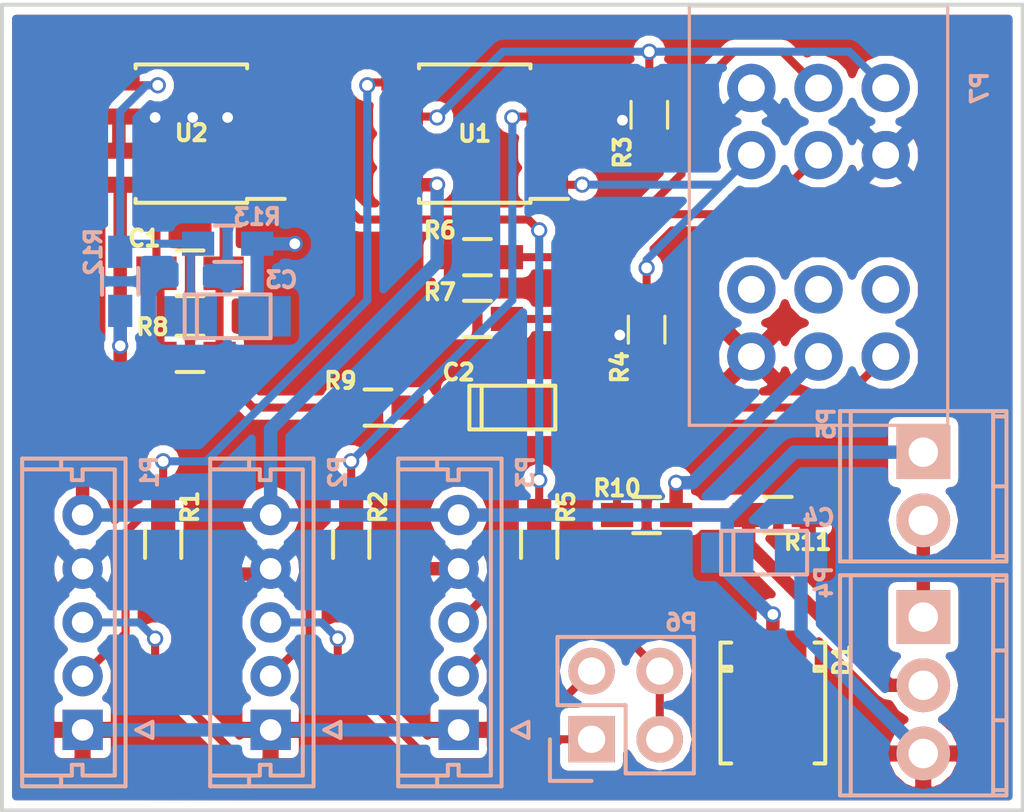
<source format=kicad_pcb>
(kicad_pcb (version 4) (host pcbnew 4.0.7)

  (general
    (links 65)
    (no_connects 0)
    (area 131.924999 75.924999 170.075001 106.075001)
    (thickness 1.6)
    (drawings 8)
    (tracks 198)
    (zones 0)
    (modules 27)
    (nets 24)
  )

  (page A4)
  (layers
    (0 F.Cu signal)
    (31 B.Cu signal)
    (32 B.Adhes user)
    (33 F.Adhes user)
    (34 B.Paste user)
    (35 F.Paste user)
    (36 B.SilkS user)
    (37 F.SilkS user)
    (38 B.Mask user)
    (39 F.Mask user)
    (40 Dwgs.User user)
    (41 Cmts.User user)
    (42 Eco1.User user)
    (43 Eco2.User user)
    (44 Edge.Cuts user)
    (45 Margin user)
    (46 B.CrtYd user)
    (47 F.CrtYd user)
    (48 B.Fab user)
    (49 F.Fab user)
  )

  (setup
    (last_trace_width 0.3)
    (trace_clearance 0.3)
    (zone_clearance 0.3)
    (zone_45_only no)
    (trace_min 0.3)
    (segment_width 0.2)
    (edge_width 0.15)
    (via_size 0.6)
    (via_drill 0.4)
    (via_min_size 0.4)
    (via_min_drill 0.3)
    (uvia_size 0.3)
    (uvia_drill 0.1)
    (uvias_allowed no)
    (uvia_min_size 0.2)
    (uvia_min_drill 0.1)
    (pcb_text_width 0.3)
    (pcb_text_size 1.5 1.5)
    (mod_edge_width 0.15)
    (mod_text_size 0.6 0.6)
    (mod_text_width 0.15)
    (pad_size 1.524 1.524)
    (pad_drill 0.762)
    (pad_to_mask_clearance 0.2)
    (aux_axis_origin 0 0)
    (visible_elements 7FFFFFFF)
    (pcbplotparams
      (layerselection 0x00030_80000001)
      (usegerberextensions false)
      (excludeedgelayer true)
      (linewidth 0.100000)
      (plotframeref false)
      (viasonmask false)
      (mode 1)
      (useauxorigin false)
      (hpglpennumber 1)
      (hpglpenspeed 20)
      (hpglpendiameter 15)
      (hpglpenoverlay 2)
      (psnegative false)
      (psa4output false)
      (plotreference true)
      (plotvalue true)
      (plotinvisibletext false)
      (padsonsilk false)
      (subtractmaskfromsilk false)
      (outputformat 1)
      (mirror false)
      (drillshape 1)
      (scaleselection 1)
      (outputdirectory ""))
  )

  (net 0 "")
  (net 1 "Net-(C1-Pad1)")
  (net 2 "Net-(C1-Pad2)")
  (net 3 "Net-(C2-Pad1)")
  (net 4 /PV_3)
  (net 5 "Net-(C3-Pad1)")
  (net 6 Earth)
  (net 7 /OUT_N)
  (net 8 /BUF_N)
  (net 9 /V+)
  (net 10 /OUT_B)
  (net 11 /BUF_B)
  (net 12 /BAT-)
  (net 13 /OUT)
  (net 14 /PB1_1)
  (net 15 /PB1_2)
  (net 16 /PB2_2)
  (net 17 "Net-(P7-Pad7)")
  (net 18 "Net-(P7-Pad8)")
  (net 19 "Net-(P7-Pad9)")
  (net 20 /OUT_HPF)
  (net 21 /Vref)
  (net 22 /IN_HPF)
  (net 23 /PB2_1)

  (net_class Default "This is the default net class."
    (clearance 0.3)
    (trace_width 0.3)
    (via_dia 0.6)
    (via_drill 0.4)
    (uvia_dia 0.3)
    (uvia_drill 0.1)
    (add_net /BUF_B)
    (add_net /BUF_N)
    (add_net /IN_HPF)
    (add_net /OUT_B)
    (add_net /OUT_HPF)
    (add_net /OUT_N)
    (add_net /PB1_1)
    (add_net /PB1_2)
    (add_net /PB2_1)
    (add_net /PB2_2)
    (add_net /PV_3)
    (add_net "Net-(C1-Pad1)")
    (add_net "Net-(C1-Pad2)")
    (add_net "Net-(C2-Pad1)")
    (add_net "Net-(C3-Pad1)")
    (add_net "Net-(P7-Pad7)")
    (add_net "Net-(P7-Pad8)")
    (add_net "Net-(P7-Pad9)")
  )

  (net_class PWR ""
    (clearance 0.3)
    (trace_width 0.5)
    (via_dia 0.6)
    (via_drill 0.4)
    (uvia_dia 0.3)
    (uvia_drill 0.1)
    (add_net /BAT-)
    (add_net /OUT)
    (add_net /V+)
    (add_net /Vref)
    (add_net Earth)
  )

  (module LIBS:Potentiometer_Alps_RK097_Quad_Vertical_Dual_Shaft (layer B.Cu) (tedit 5A627E41) (tstamp 5A627E4F)
    (at 159.9 79.1 90)
    (descr "Potentiometer, vertically mounted, Omeg PC16PU, Omeg PC16PU, Omeg PC16PU, Vishay/Spectrol 248GJ/249GJ Single, Vishay/Spectrol 248GJ/249GJ Single, Vishay/Spectrol 248GJ/249GJ Single, Vishay/Spectrol 248GH/249GH Single, Vishay/Spectrol 148/149 Single, Vishay/Spectrol 148/149 Single, Vishay/Spectrol 148/149 Single, Vishay/Spectrol 148A/149A Single with mounting plates, Vishay/Spectrol 148/149 Double, Vishay/Spectrol 148A/149A Double with mounting plates, Piher PC-16 Single, Piher PC-16 Single, Piher PC-16 Single, Piher PC-16SV Single, Piher PC-16 Double, Piher PC-16 Triple, Piher T16H Single, Piher T16L Single, Piher T16H Double, Alps RK163 Single, Alps RK163 Double, Alps RK097 Single, Alps RK097 Double, http://www.alps.com/prod/info/E/HTML/Potentiometer/RotaryPotentiometers/RK097/RK09712100AV.html")
    (tags "Potentiometer vertical  Omeg PC16PU  Omeg PC16PU  Omeg PC16PU  Vishay/Spectrol 248GJ/249GJ Single  Vishay/Spectrol 248GJ/249GJ Single  Vishay/Spectrol 248GJ/249GJ Single  Vishay/Spectrol 248GH/249GH Single  Vishay/Spectrol 148/149 Single  Vishay/Spectrol 148/149 Single  Vishay/Spectrol 148/149 Single  Vishay/Spectrol 148A/149A Single with mounting plates  Vishay/Spectrol 148/149 Double  Vishay/Spectrol 148A/149A Double with mounting plates  Piher PC-16 Single  Piher PC-16 Single  Piher PC-16 Single  Piher PC-16SV Single  Piher PC-16 Double  Piher PC-16 Triple  Piher T16H Single  Piher T16L Single  Piher T16H Double  Alps RK163 Single  Alps RK163 Double  Alps RK097 Single  Alps RK097 Double Dual Shaft")
    (path /5A5EF61E)
    (fp_text reference P7 (at 0 8.5 90) (layer B.SilkS)
      (effects (font (size 0.6 0.6) (thickness 0.15)) (justify mirror))
    )
    (fp_text value CONN_01X12 (at 0 -3.5 90) (layer B.Fab) hide
      (effects (font (size 0.6 0.6) (thickness 0.15)) (justify mirror))
    )
    (fp_line (start -12.5 7.25) (end -12.5 -2.25) (layer B.Fab) (width 0.1))
    (fp_line (start -12.5 -2.25) (end 3 -2.25) (layer B.Fab) (width 0.1))
    (fp_line (start 3 -2.25) (end 3 7.25) (layer B.Fab) (width 0.1))
    (fp_line (start 3 7.25) (end -12.5 7.25) (layer B.Fab) (width 0.1))
    (fp_line (start -12.56 7.31) (end 3.06 7.31) (layer B.SilkS) (width 0.12))
    (fp_line (start -12.56 -2.31) (end 3.06 -2.31) (layer B.SilkS) (width 0.12))
    (fp_line (start -12.56 7.31) (end -12.56 -2.31) (layer B.SilkS) (width 0.12))
    (fp_line (start 3.06 7.31) (end 3.06 -2.31) (layer B.SilkS) (width 0.12))
    (fp_line (start -12.9 7.5) (end -12.9 -2.5) (layer B.CrtYd) (width 0.05))
    (fp_line (start -12.9 -2.5) (end 3.25 -2.5) (layer B.CrtYd) (width 0.05))
    (fp_line (start 3.25 -2.5) (end 3.25 7.5) (layer B.CrtYd) (width 0.05))
    (fp_line (start 3.25 7.5) (end -12.9 7.5) (layer B.CrtYd) (width 0.05))
    (pad 12 thru_hole circle (at -10 5 90) (size 1.8 1.8) (drill 1) (layers *.Cu *.Mask)
      (net 4 /PV_3))
    (pad 11 thru_hole circle (at -10 2.5 90) (size 1.8 1.8) (drill 1) (layers *.Cu *.Mask)
      (net 13 /OUT))
    (pad 10 thru_hole circle (at -10 0 90) (size 1.8 1.8) (drill 1) (layers *.Cu *.Mask)
      (net 6 Earth))
    (pad 1 thru_hole circle (at 0 0 90) (size 1.8 1.8) (drill 1) (layers *.Cu *.Mask)
      (net 21 /Vref))
    (pad 2 thru_hole circle (at 0 2.5 90) (size 1.8 1.8) (drill 1) (layers *.Cu *.Mask)
      (net 15 /PB1_2))
    (pad 3 thru_hole circle (at 0 5 90) (size 1.8 1.8) (drill 1) (layers *.Cu *.Mask)
      (net 14 /PB1_1))
    (pad 4 thru_hole circle (at -2.5 0 90) (size 1.8 1.8) (drill 1) (layers *.Cu *.Mask)
      (net 23 /PB2_1))
    (pad 5 thru_hole circle (at -2.5 2.5 90) (size 1.8 1.8) (drill 1) (layers *.Cu *.Mask)
      (net 16 /PB2_2))
    (pad 6 thru_hole circle (at -2.5 5 90) (size 1.8 1.8) (drill 1) (layers *.Cu *.Mask)
      (net 21 /Vref))
    (pad 7 thru_hole circle (at -7.5 0 90) (size 1.8 1.8) (drill 1) (layers *.Cu *.Mask)
      (net 17 "Net-(P7-Pad7)"))
    (pad 8 thru_hole circle (at -7.5 2.5 90) (size 1.8 1.8) (drill 1) (layers *.Cu *.Mask)
      (net 18 "Net-(P7-Pad8)"))
    (pad 9 thru_hole circle (at -7.5 5 90) (size 1.8 1.8) (drill 1) (layers *.Cu *.Mask)
      (net 19 "Net-(P7-Pad9)"))
    (model Potentiometers.3dshapes/Potentiometer_Alps_RK097_Double_Vertical.wrl
      (at (xyz 0 0 0))
      (scale (xyz 0.393701 0.393701 0.393701))
      (rotate (xyz 0 0 0))
    )
  )

  (module Housings_SOIC:SOIC-8_3.9x4.9mm_Pitch1.27mm (layer F.Cu) (tedit 5A5ED3A4) (tstamp 5A5ED4C3)
    (at 149.6 80.8 180)
    (descr "8-Lead Plastic Small Outline (SN) - Narrow, 3.90 mm Body [SOIC] (see Microchip Packaging Specification 00000049BS.pdf)")
    (tags "SOIC 1.27")
    (path /5A5EC77C)
    (attr smd)
    (fp_text reference U1 (at 0 0 180) (layer F.SilkS)
      (effects (font (size 0.6 0.6) (thickness 0.15)))
    )
    (fp_text value MC33178 (at 0 3.5 180) (layer F.Fab) hide
      (effects (font (size 0.6 0.6) (thickness 0.15)))
    )
    (fp_line (start -3.75 -2.75) (end -3.75 2.75) (layer F.CrtYd) (width 0.05))
    (fp_line (start 3.75 -2.75) (end 3.75 2.75) (layer F.CrtYd) (width 0.05))
    (fp_line (start -3.75 -2.75) (end 3.75 -2.75) (layer F.CrtYd) (width 0.05))
    (fp_line (start -3.75 2.75) (end 3.75 2.75) (layer F.CrtYd) (width 0.05))
    (fp_line (start -2.075 -2.575) (end -2.075 -2.43) (layer F.SilkS) (width 0.15))
    (fp_line (start 2.075 -2.575) (end 2.075 -2.43) (layer F.SilkS) (width 0.15))
    (fp_line (start 2.075 2.575) (end 2.075 2.43) (layer F.SilkS) (width 0.15))
    (fp_line (start -2.075 2.575) (end -2.075 2.43) (layer F.SilkS) (width 0.15))
    (fp_line (start -2.075 -2.575) (end 2.075 -2.575) (layer F.SilkS) (width 0.15))
    (fp_line (start -2.075 2.575) (end 2.075 2.575) (layer F.SilkS) (width 0.15))
    (fp_line (start -2.075 -2.43) (end -3.475 -2.43) (layer F.SilkS) (width 0.15))
    (pad 1 smd rect (at -2.7 -1.905 180) (size 1.55 0.6) (layers F.Cu F.Paste F.Mask)
      (net 23 /PB2_1))
    (pad 2 smd rect (at -2.7 -0.635 180) (size 1.55 0.6) (layers F.Cu F.Paste F.Mask)
      (net 23 /PB2_1))
    (pad 3 smd rect (at -2.7 0.635 180) (size 1.55 0.6) (layers F.Cu F.Paste F.Mask)
      (net 10 /OUT_B))
    (pad 4 smd rect (at -2.7 1.905 180) (size 1.55 0.6) (layers F.Cu F.Paste F.Mask)
      (net 6 Earth))
    (pad 5 smd rect (at 2.7 1.905 180) (size 1.55 0.6) (layers F.Cu F.Paste F.Mask)
      (net 7 /OUT_N))
    (pad 6 smd rect (at 2.7 0.635 180) (size 1.55 0.6) (layers F.Cu F.Paste F.Mask)
      (net 14 /PB1_1))
    (pad 7 smd rect (at 2.7 -0.635 180) (size 1.55 0.6) (layers F.Cu F.Paste F.Mask)
      (net 14 /PB1_1))
    (pad 8 smd rect (at 2.7 -1.905 180) (size 1.55 0.6) (layers F.Cu F.Paste F.Mask)
      (net 9 /V+))
    (model Housings_SOIC.3dshapes/SOIC-8_3.9x4.9mm_Pitch1.27mm.wrl
      (at (xyz 0 0 0))
      (scale (xyz 1 1 1))
      (rotate (xyz 0 0 0))
    )
  )

  (module Capacitors_SMD:C_0805_HandSoldering (layer F.Cu) (tedit 5A5ECBE1) (tstamp 5A5ECA52)
    (at 139 86 180)
    (descr "Capacitor SMD 0805, hand soldering")
    (tags "capacitor 0805")
    (path /5A5ED186)
    (attr smd)
    (fp_text reference C1 (at 1.7 1.3 180) (layer F.SilkS)
      (effects (font (size 0.6 0.6) (thickness 0.15)))
    )
    (fp_text value 1n (at 0 2.1 180) (layer F.Fab) hide
      (effects (font (size 0.6 0.6) (thickness 0.15)))
    )
    (fp_line (start -2.3 -1) (end 2.3 -1) (layer F.CrtYd) (width 0.05))
    (fp_line (start -2.3 1) (end 2.3 1) (layer F.CrtYd) (width 0.05))
    (fp_line (start -2.3 -1) (end -2.3 1) (layer F.CrtYd) (width 0.05))
    (fp_line (start 2.3 -1) (end 2.3 1) (layer F.CrtYd) (width 0.05))
    (fp_line (start 0.5 -0.85) (end -0.5 -0.85) (layer F.SilkS) (width 0.15))
    (fp_line (start -0.5 0.85) (end 0.5 0.85) (layer F.SilkS) (width 0.15))
    (pad 1 smd rect (at -1.25 0 180) (size 1.5 1.25) (layers F.Cu F.Paste F.Mask)
      (net 1 "Net-(C1-Pad1)"))
    (pad 2 smd rect (at 1.25 0 180) (size 1.5 1.25) (layers F.Cu F.Paste F.Mask)
      (net 2 "Net-(C1-Pad2)"))
    (model Capacitors_SMD.3dshapes/C_0805_HandSoldering.wrl
      (at (xyz 0 0 0))
      (scale (xyz 1 1 1))
      (rotate (xyz 0 0 0))
    )
  )

  (module Capacitors_Tantalum_SMD:TantalC_SizeS_EIA-3216 (layer F.Cu) (tedit 5A5ECC63) (tstamp 5A5ECA58)
    (at 151 91 180)
    (descr "Tantal Cap. , Size S, EIA-3216, Hand Soldering")
    (path /5A5ED337)
    (fp_text reference C2 (at 2 1.312578 180) (layer F.SilkS)
      (effects (font (size 0.6 0.6) (thickness 0.15)))
    )
    (fp_text value 22u (at 0 1.27 180) (layer F.Fab) hide
      (effects (font (size 0.6 0.6) (thickness 0.15)))
    )
    (fp_line (start 1.143 0.8128) (end 1.143 -0.8128) (layer F.SilkS) (width 0.15))
    (fp_line (start -1.6002 -0.8128) (end -1.6002 0.8128) (layer F.SilkS) (width 0.15))
    (fp_line (start -1.6002 0.8128) (end 1.6002 0.8128) (layer F.SilkS) (width 0.15))
    (fp_line (start 1.6002 0.8128) (end 1.6002 -0.8128) (layer F.SilkS) (width 0.15))
    (fp_line (start 1.6002 -0.8128) (end -1.6002 -0.8128) (layer F.SilkS) (width 0.15))
    (pad 1 smd rect (at 1.37414 0 180) (size 1.95072 1.50114) (layers F.Cu F.Paste F.Mask)
      (net 3 "Net-(C2-Pad1)"))
    (pad 2 smd rect (at -1.37414 0 180) (size 1.95072 1.50114) (layers F.Cu F.Paste F.Mask)
      (net 4 /PV_3))
    (model Capacitors_Tantalum_SMD.3dshapes/TantalC_SizeS_EIA-3216.wrl
      (at (xyz 0 0 0))
      (scale (xyz 1 1 1))
      (rotate (xyz 0 0 0))
    )
  )

  (module Capacitors_Tantalum_SMD:TantalC_SizeS_EIA-3216 (layer B.Cu) (tedit 5A5ECC69) (tstamp 5A5ECA5E)
    (at 140.4 87.6 180)
    (descr "Tantal Cap. , Size S, EIA-3216, Hand Soldering")
    (path /5A5EDB89)
    (fp_text reference C3 (at -2 1.35 180) (layer B.SilkS)
      (effects (font (size 0.6 0.6) (thickness 0.15)) (justify mirror))
    )
    (fp_text value 22u (at 0 -1.27 180) (layer B.Fab) hide
      (effects (font (size 0.6 0.6) (thickness 0.15)) (justify mirror))
    )
    (fp_line (start 1.143 -0.8128) (end 1.143 0.8128) (layer B.SilkS) (width 0.15))
    (fp_line (start -1.6002 0.8128) (end -1.6002 -0.8128) (layer B.SilkS) (width 0.15))
    (fp_line (start -1.6002 -0.8128) (end 1.6002 -0.8128) (layer B.SilkS) (width 0.15))
    (fp_line (start 1.6002 -0.8128) (end 1.6002 0.8128) (layer B.SilkS) (width 0.15))
    (fp_line (start 1.6002 0.8128) (end -1.6002 0.8128) (layer B.SilkS) (width 0.15))
    (pad 1 smd rect (at 1.37414 0 180) (size 1.95072 1.50114) (layers B.Cu B.Paste B.Mask)
      (net 5 "Net-(C3-Pad1)"))
    (pad 2 smd rect (at -1.37414 0 180) (size 1.95072 1.50114) (layers B.Cu B.Paste B.Mask)
      (net 6 Earth))
    (model Capacitors_Tantalum_SMD.3dshapes/TantalC_SizeS_EIA-3216.wrl
      (at (xyz 0 0 0))
      (scale (xyz 1 1 1))
      (rotate (xyz 0 0 0))
    )
  )

  (module Capacitors_Tantalum_SMD:TantalC_SizeS_EIA-3216 (layer B.Cu) (tedit 5A5ECC60) (tstamp 5A5ECA64)
    (at 160.374 96.4 180)
    (descr "Tantal Cap. , Size S, EIA-3216, Hand Soldering")
    (path /5A5F1540)
    (fp_text reference C4 (at -2.026 1.3 180) (layer B.SilkS)
      (effects (font (size 0.6 0.6) (thickness 0.15)) (justify mirror))
    )
    (fp_text value 22u (at 0 -1.27 180) (layer B.Fab) hide
      (effects (font (size 0.6 0.6) (thickness 0.15)) (justify mirror))
    )
    (fp_line (start 1.143 -0.8128) (end 1.143 0.8128) (layer B.SilkS) (width 0.15))
    (fp_line (start -1.6002 0.8128) (end -1.6002 -0.8128) (layer B.SilkS) (width 0.15))
    (fp_line (start -1.6002 -0.8128) (end 1.6002 -0.8128) (layer B.SilkS) (width 0.15))
    (fp_line (start 1.6002 -0.8128) (end 1.6002 0.8128) (layer B.SilkS) (width 0.15))
    (fp_line (start 1.6002 0.8128) (end -1.6002 0.8128) (layer B.SilkS) (width 0.15))
    (pad 1 smd rect (at 1.37414 0 180) (size 1.95072 1.50114) (layers B.Cu B.Paste B.Mask)
      (net 9 /V+))
    (pad 2 smd rect (at -1.37414 0 180) (size 1.95072 1.50114) (layers B.Cu B.Paste B.Mask)
      (net 6 Earth))
    (model Capacitors_Tantalum_SMD.3dshapes/TantalC_SizeS_EIA-3216.wrl
      (at (xyz 0 0 0))
      (scale (xyz 1 1 1))
      (rotate (xyz 0 0 0))
    )
  )

  (module Connectors_Molex:Molex_MicroLatch-53253-0570_05x2.00mm_Straight (layer B.Cu) (tedit 5A5EC886) (tstamp 5A5ECA6D)
    (at 135 103 90)
    (descr "Molex Micro-Latch connector, PN:53253-0570, top entry type, through hole")
    (tags "conn molex micro latch")
    (path /5A5EE799)
    (fp_text reference P1 (at 9.6 2.5 90) (layer B.SilkS)
      (effects (font (size 0.6 0.6) (thickness 0.15)) (justify mirror))
    )
    (fp_text value CONN_01X05 (at 4 3.5 90) (layer B.Fab) hide
      (effects (font (size 0.6 0.6) (thickness 0.15)) (justify mirror))
    )
    (fp_line (start -2.6 2.1) (end -2.6 -2.75) (layer B.CrtYd) (width 0.05))
    (fp_line (start -2.6 -2.75) (end 10.55 -2.75) (layer B.CrtYd) (width 0.05))
    (fp_line (start 10.55 -2.75) (end 10.55 2.1) (layer B.CrtYd) (width 0.05))
    (fp_line (start 10.55 2.1) (end -2.6 2.1) (layer B.CrtYd) (width 0.05))
    (fp_line (start -2.1 1.6) (end -2.1 -2.25) (layer B.SilkS) (width 0.15))
    (fp_line (start -2.1 -2.25) (end 10.1 -2.25) (layer B.SilkS) (width 0.15))
    (fp_line (start 10.1 -2.25) (end 10.1 1.6) (layer B.SilkS) (width 0.15))
    (fp_line (start 10.1 1.6) (end -2.1 1.6) (layer B.SilkS) (width 0.15))
    (fp_line (start 0 2) (end -0.3 2.6) (layer B.SilkS) (width 0.15))
    (fp_line (start -0.3 2.6) (end 0.3 2.6) (layer B.SilkS) (width 0.15))
    (fp_line (start 0.3 2.6) (end 0 2) (layer B.SilkS) (width 0.15))
    (fp_line (start -2.1 -0.8) (end -1.7 -0.8) (layer B.SilkS) (width 0.15))
    (fp_line (start 10.1 -0.8) (end 9.7 -0.8) (layer B.SilkS) (width 0.15))
    (fp_line (start 4 1.2) (end -1.7 1.2) (layer B.SilkS) (width 0.15))
    (fp_line (start -1.7 1.2) (end -1.7 0) (layer B.SilkS) (width 0.15))
    (fp_line (start -1.7 0) (end -1.3 0) (layer B.SilkS) (width 0.15))
    (fp_line (start -1.3 0) (end -1.3 -0.4) (layer B.SilkS) (width 0.15))
    (fp_line (start -1.3 -0.4) (end -1.7 -0.4) (layer B.SilkS) (width 0.15))
    (fp_line (start -1.7 -0.4) (end -1.7 -2.25) (layer B.SilkS) (width 0.15))
    (fp_line (start 4 1.2) (end 9.7 1.2) (layer B.SilkS) (width 0.15))
    (fp_line (start 9.7 1.2) (end 9.7 0) (layer B.SilkS) (width 0.15))
    (fp_line (start 9.7 0) (end 9.3 0) (layer B.SilkS) (width 0.15))
    (fp_line (start 9.3 0) (end 9.3 -0.4) (layer B.SilkS) (width 0.15))
    (fp_line (start 9.3 -0.4) (end 9.7 -0.4) (layer B.SilkS) (width 0.15))
    (fp_line (start 9.7 -0.4) (end 9.7 -2.25) (layer B.SilkS) (width 0.15))
    (pad 1 thru_hole rect (at 0 0 90) (size 1.5 1.5) (drill 0.8) (layers *.Cu *.Mask)
      (net 6 Earth))
    (pad 2 thru_hole circle (at 2 0 90) (size 1.5 1.5) (drill 0.8) (layers *.Cu *.Mask)
      (net 7 /OUT_N))
    (pad 3 thru_hole circle (at 4 0 90) (size 1.5 1.5) (drill 0.8) (layers *.Cu *.Mask)
      (net 8 /BUF_N))
    (pad 4 thru_hole circle (at 6 0 90) (size 1.5 1.5) (drill 0.8) (layers *.Cu *.Mask)
      (net 21 /Vref))
    (pad 5 thru_hole circle (at 8 0 90) (size 1.5 1.5) (drill 0.8) (layers *.Cu *.Mask)
      (net 9 /V+))
    (model Connectors_Molex.3dshapes/Molex_MicroLatch-53253-0570_05x2.00mm_Straight.wrl
      (at (xyz 0 0 0))
      (scale (xyz 1 1 1))
      (rotate (xyz 0 0 0))
    )
  )

  (module Connectors_Molex:Molex_MicroLatch-53253-0570_05x2.00mm_Straight (layer B.Cu) (tedit 5A5EC88A) (tstamp 5A5ECA76)
    (at 142 103 90)
    (descr "Molex Micro-Latch connector, PN:53253-0570, top entry type, through hole")
    (tags "conn molex micro latch")
    (path /5A5EE833)
    (fp_text reference P2 (at 9.6 2.5 90) (layer B.SilkS)
      (effects (font (size 0.6 0.6) (thickness 0.15)) (justify mirror))
    )
    (fp_text value CONN_01X05 (at 4 3.5 90) (layer B.Fab) hide
      (effects (font (size 0.6 0.6) (thickness 0.15)) (justify mirror))
    )
    (fp_line (start -2.6 2.1) (end -2.6 -2.75) (layer B.CrtYd) (width 0.05))
    (fp_line (start -2.6 -2.75) (end 10.55 -2.75) (layer B.CrtYd) (width 0.05))
    (fp_line (start 10.55 -2.75) (end 10.55 2.1) (layer B.CrtYd) (width 0.05))
    (fp_line (start 10.55 2.1) (end -2.6 2.1) (layer B.CrtYd) (width 0.05))
    (fp_line (start -2.1 1.6) (end -2.1 -2.25) (layer B.SilkS) (width 0.15))
    (fp_line (start -2.1 -2.25) (end 10.1 -2.25) (layer B.SilkS) (width 0.15))
    (fp_line (start 10.1 -2.25) (end 10.1 1.6) (layer B.SilkS) (width 0.15))
    (fp_line (start 10.1 1.6) (end -2.1 1.6) (layer B.SilkS) (width 0.15))
    (fp_line (start 0 2) (end -0.3 2.6) (layer B.SilkS) (width 0.15))
    (fp_line (start -0.3 2.6) (end 0.3 2.6) (layer B.SilkS) (width 0.15))
    (fp_line (start 0.3 2.6) (end 0 2) (layer B.SilkS) (width 0.15))
    (fp_line (start -2.1 -0.8) (end -1.7 -0.8) (layer B.SilkS) (width 0.15))
    (fp_line (start 10.1 -0.8) (end 9.7 -0.8) (layer B.SilkS) (width 0.15))
    (fp_line (start 4 1.2) (end -1.7 1.2) (layer B.SilkS) (width 0.15))
    (fp_line (start -1.7 1.2) (end -1.7 0) (layer B.SilkS) (width 0.15))
    (fp_line (start -1.7 0) (end -1.3 0) (layer B.SilkS) (width 0.15))
    (fp_line (start -1.3 0) (end -1.3 -0.4) (layer B.SilkS) (width 0.15))
    (fp_line (start -1.3 -0.4) (end -1.7 -0.4) (layer B.SilkS) (width 0.15))
    (fp_line (start -1.7 -0.4) (end -1.7 -2.25) (layer B.SilkS) (width 0.15))
    (fp_line (start 4 1.2) (end 9.7 1.2) (layer B.SilkS) (width 0.15))
    (fp_line (start 9.7 1.2) (end 9.7 0) (layer B.SilkS) (width 0.15))
    (fp_line (start 9.7 0) (end 9.3 0) (layer B.SilkS) (width 0.15))
    (fp_line (start 9.3 0) (end 9.3 -0.4) (layer B.SilkS) (width 0.15))
    (fp_line (start 9.3 -0.4) (end 9.7 -0.4) (layer B.SilkS) (width 0.15))
    (fp_line (start 9.7 -0.4) (end 9.7 -2.25) (layer B.SilkS) (width 0.15))
    (pad 1 thru_hole rect (at 0 0 90) (size 1.5 1.5) (drill 0.8) (layers *.Cu *.Mask)
      (net 6 Earth))
    (pad 2 thru_hole circle (at 2 0 90) (size 1.5 1.5) (drill 0.8) (layers *.Cu *.Mask)
      (net 10 /OUT_B))
    (pad 3 thru_hole circle (at 4 0 90) (size 1.5 1.5) (drill 0.8) (layers *.Cu *.Mask)
      (net 11 /BUF_B))
    (pad 4 thru_hole circle (at 6 0 90) (size 1.5 1.5) (drill 0.8) (layers *.Cu *.Mask)
      (net 21 /Vref))
    (pad 5 thru_hole circle (at 8 0 90) (size 1.5 1.5) (drill 0.8) (layers *.Cu *.Mask)
      (net 9 /V+))
    (model Connectors_Molex.3dshapes/Molex_MicroLatch-53253-0570_05x2.00mm_Straight.wrl
      (at (xyz 0 0 0))
      (scale (xyz 1 1 1))
      (rotate (xyz 0 0 0))
    )
  )

  (module Connectors_Molex:Molex_MicroLatch-53253-0570_05x2.00mm_Straight (layer B.Cu) (tedit 5A5EC88D) (tstamp 5A5ECA7F)
    (at 149 103 90)
    (descr "Molex Micro-Latch connector, PN:53253-0570, top entry type, through hole")
    (tags "conn molex micro latch")
    (path /5A5EE89F)
    (fp_text reference P3 (at 9.6 2.5 90) (layer B.SilkS)
      (effects (font (size 0.6 0.6) (thickness 0.15)) (justify mirror))
    )
    (fp_text value CONN_01X05 (at 4 3.5 90) (layer B.Fab) hide
      (effects (font (size 0.6 0.6) (thickness 0.15)) (justify mirror))
    )
    (fp_line (start -2.6 2.1) (end -2.6 -2.75) (layer B.CrtYd) (width 0.05))
    (fp_line (start -2.6 -2.75) (end 10.55 -2.75) (layer B.CrtYd) (width 0.05))
    (fp_line (start 10.55 -2.75) (end 10.55 2.1) (layer B.CrtYd) (width 0.05))
    (fp_line (start 10.55 2.1) (end -2.6 2.1) (layer B.CrtYd) (width 0.05))
    (fp_line (start -2.1 1.6) (end -2.1 -2.25) (layer B.SilkS) (width 0.15))
    (fp_line (start -2.1 -2.25) (end 10.1 -2.25) (layer B.SilkS) (width 0.15))
    (fp_line (start 10.1 -2.25) (end 10.1 1.6) (layer B.SilkS) (width 0.15))
    (fp_line (start 10.1 1.6) (end -2.1 1.6) (layer B.SilkS) (width 0.15))
    (fp_line (start 0 2) (end -0.3 2.6) (layer B.SilkS) (width 0.15))
    (fp_line (start -0.3 2.6) (end 0.3 2.6) (layer B.SilkS) (width 0.15))
    (fp_line (start 0.3 2.6) (end 0 2) (layer B.SilkS) (width 0.15))
    (fp_line (start -2.1 -0.8) (end -1.7 -0.8) (layer B.SilkS) (width 0.15))
    (fp_line (start 10.1 -0.8) (end 9.7 -0.8) (layer B.SilkS) (width 0.15))
    (fp_line (start 4 1.2) (end -1.7 1.2) (layer B.SilkS) (width 0.15))
    (fp_line (start -1.7 1.2) (end -1.7 0) (layer B.SilkS) (width 0.15))
    (fp_line (start -1.7 0) (end -1.3 0) (layer B.SilkS) (width 0.15))
    (fp_line (start -1.3 0) (end -1.3 -0.4) (layer B.SilkS) (width 0.15))
    (fp_line (start -1.3 -0.4) (end -1.7 -0.4) (layer B.SilkS) (width 0.15))
    (fp_line (start -1.7 -0.4) (end -1.7 -2.25) (layer B.SilkS) (width 0.15))
    (fp_line (start 4 1.2) (end 9.7 1.2) (layer B.SilkS) (width 0.15))
    (fp_line (start 9.7 1.2) (end 9.7 0) (layer B.SilkS) (width 0.15))
    (fp_line (start 9.7 0) (end 9.3 0) (layer B.SilkS) (width 0.15))
    (fp_line (start 9.3 0) (end 9.3 -0.4) (layer B.SilkS) (width 0.15))
    (fp_line (start 9.3 -0.4) (end 9.7 -0.4) (layer B.SilkS) (width 0.15))
    (fp_line (start 9.7 -0.4) (end 9.7 -2.25) (layer B.SilkS) (width 0.15))
    (pad 1 thru_hole rect (at 0 0 90) (size 1.5 1.5) (drill 0.8) (layers *.Cu *.Mask)
      (net 6 Earth))
    (pad 2 thru_hole circle (at 2 0 90) (size 1.5 1.5) (drill 0.8) (layers *.Cu *.Mask)
      (net 22 /IN_HPF))
    (pad 3 thru_hole circle (at 4 0 90) (size 1.5 1.5) (drill 0.8) (layers *.Cu *.Mask)
      (net 20 /OUT_HPF))
    (pad 4 thru_hole circle (at 6 0 90) (size 1.5 1.5) (drill 0.8) (layers *.Cu *.Mask)
      (net 21 /Vref))
    (pad 5 thru_hole circle (at 8 0 90) (size 1.5 1.5) (drill 0.8) (layers *.Cu *.Mask)
      (net 9 /V+))
    (model Connectors_Molex.3dshapes/Molex_MicroLatch-53253-0570_05x2.00mm_Straight.wrl
      (at (xyz 0 0 0))
      (scale (xyz 1 1 1))
      (rotate (xyz 0 0 0))
    )
  )

  (module Terminal_Blocks:TerminalBlock_Pheonix_MPT-2.54mm_3pol (layer B.Cu) (tedit 5A5EC91B) (tstamp 5A5ECA86)
    (at 166.3 98.8 270)
    (descr "3-way 2.54mm pitch terminal block, Phoenix MPT series")
    (path /5A5EF1E6)
    (fp_text reference P4 (at -1.3 3.7 270) (layer B.SilkS)
      (effects (font (size 0.6 0.6) (thickness 0.15)) (justify mirror))
    )
    (fp_text value CONN_01X03 (at 2.54 -4.50088 270) (layer B.Fab) hide
      (effects (font (size 0.6 0.6) (thickness 0.15)) (justify mirror))
    )
    (fp_line (start -1.778 -3.302) (end 6.858 -3.302) (layer B.CrtYd) (width 0.05))
    (fp_line (start -1.778 3.302) (end -1.778 -3.302) (layer B.CrtYd) (width 0.05))
    (fp_line (start 6.858 3.302) (end -1.778 3.302) (layer B.CrtYd) (width 0.05))
    (fp_line (start 6.858 -3.302) (end 6.858 3.302) (layer B.CrtYd) (width 0.05))
    (fp_line (start 6.63956 3.0988) (end -1.55956 3.0988) (layer B.SilkS) (width 0.15))
    (fp_line (start 6.63956 2.70002) (end -1.55956 2.70002) (layer B.SilkS) (width 0.15))
    (fp_line (start 6.63956 -2.60096) (end -1.55956 -2.60096) (layer B.SilkS) (width 0.15))
    (fp_line (start -1.55956 -3.0988) (end 6.63956 -3.0988) (layer B.SilkS) (width 0.15))
    (fp_line (start 3.84048 -2.60096) (end 3.84048 -3.0988) (layer B.SilkS) (width 0.15))
    (fp_line (start -1.3589 -3.0988) (end -1.3589 -2.60096) (layer B.SilkS) (width 0.15))
    (fp_line (start 6.44144 -2.60096) (end 6.44144 -3.0988) (layer B.SilkS) (width 0.15))
    (fp_line (start 1.24206 -3.0988) (end 1.24206 -2.60096) (layer B.SilkS) (width 0.15))
    (fp_line (start 6.63956 -3.0988) (end 6.63956 3.0988) (layer B.SilkS) (width 0.15))
    (fp_line (start -1.55702 3.0988) (end -1.55702 -3.0988) (layer B.SilkS) (width 0.15))
    (pad 3 thru_hole oval (at 5.08 0 270) (size 1.99898 1.99898) (drill 1.09728) (layers *.Cu *.Mask B.SilkS)
      (net 6 Earth))
    (pad 1 thru_hole rect (at 0 0 270) (size 1.99898 1.99898) (drill 1.09728) (layers *.Cu *.Mask B.SilkS)
      (net 12 /BAT-))
    (pad 2 thru_hole oval (at 2.54 0 270) (size 1.99898 1.99898) (drill 1.09728) (layers *.Cu *.Mask B.SilkS)
      (net 13 /OUT))
    (model Terminal_Blocks.3dshapes/TerminalBlock_Pheonix_MPT-2.54mm_3pol.wrl
      (at (xyz 0.1 0 0))
      (scale (xyz 1 1 1))
      (rotate (xyz 0 0 0))
    )
  )

  (module Terminal_Blocks:TerminalBlock_Pheonix_MPT-2.54mm_2pol (layer B.Cu) (tedit 5A5EC918) (tstamp 5A5ECA8C)
    (at 166.3 92.66 270)
    (descr "2-way 2.54mm pitch terminal block, Phoenix MPT series")
    (path /5A5EF18D)
    (fp_text reference P5 (at -1.06 3.6 270) (layer B.SilkS)
      (effects (font (size 0.6 0.6) (thickness 0.15)) (justify mirror))
    )
    (fp_text value CONN_01X02 (at 1.27 -4.50088 270) (layer B.Fab) hide
      (effects (font (size 0.6 0.6) (thickness 0.15)) (justify mirror))
    )
    (fp_line (start -1.7 3.3) (end 4.3 3.3) (layer B.CrtYd) (width 0.05))
    (fp_line (start -1.7 -3.3) (end -1.7 3.3) (layer B.CrtYd) (width 0.05))
    (fp_line (start 4.3 -3.3) (end -1.7 -3.3) (layer B.CrtYd) (width 0.05))
    (fp_line (start 4.3 3.3) (end 4.3 -3.3) (layer B.CrtYd) (width 0.05))
    (fp_line (start 4.06908 -2.60096) (end -1.52908 -2.60096) (layer B.SilkS) (width 0.15))
    (fp_line (start -1.33096 -3.0988) (end -1.33096 -2.60096) (layer B.SilkS) (width 0.15))
    (fp_line (start 3.87096 -2.60096) (end 3.87096 -3.0988) (layer B.SilkS) (width 0.15))
    (fp_line (start 1.27 -3.0988) (end 1.27 -2.60096) (layer B.SilkS) (width 0.15))
    (fp_line (start -1.52908 2.70002) (end 4.06908 2.70002) (layer B.SilkS) (width 0.15))
    (fp_line (start -1.52908 -3.0988) (end 4.06908 -3.0988) (layer B.SilkS) (width 0.15))
    (fp_line (start 4.06908 -3.0988) (end 4.06908 3.0988) (layer B.SilkS) (width 0.15))
    (fp_line (start 4.06908 3.0988) (end -1.52908 3.0988) (layer B.SilkS) (width 0.15))
    (fp_line (start -1.52908 3.0988) (end -1.52908 -3.0988) (layer B.SilkS) (width 0.15))
    (pad 2 thru_hole oval (at 2.54 0 270) (size 1.99898 1.99898) (drill 1.09728) (layers *.Cu *.Mask B.SilkS)
      (net 12 /BAT-))
    (pad 1 thru_hole rect (at 0 0 270) (size 1.99898 1.99898) (drill 1.09728) (layers *.Cu *.Mask B.SilkS)
      (net 9 /V+))
    (model Terminal_Blocks.3dshapes/TerminalBlock_Pheonix_MPT-2.54mm_2pol.wrl
      (at (xyz 0.05 0 0))
      (scale (xyz 1 1 1))
      (rotate (xyz 0 0 0))
    )
  )

  (module Pin_Headers:Pin_Header_Straight_2x02 (layer B.Cu) (tedit 5A5EC931) (tstamp 5A5ECA94)
    (at 153.95 103.35)
    (descr "Through hole pin header")
    (tags "pin header")
    (path /5A5EF9B3)
    (fp_text reference P6 (at 3.34 -4.35) (layer B.SilkS)
      (effects (font (size 0.6 0.6) (thickness 0.15)) (justify mirror))
    )
    (fp_text value CONN_02X02 (at 0 3.1) (layer B.Fab) hide
      (effects (font (size 0.6 0.6) (thickness 0.15)) (justify mirror))
    )
    (fp_line (start -1.75 1.75) (end -1.75 -4.3) (layer B.CrtYd) (width 0.05))
    (fp_line (start 4.3 1.75) (end 4.3 -4.3) (layer B.CrtYd) (width 0.05))
    (fp_line (start -1.75 1.75) (end 4.3 1.75) (layer B.CrtYd) (width 0.05))
    (fp_line (start -1.75 -4.3) (end 4.3 -4.3) (layer B.CrtYd) (width 0.05))
    (fp_line (start -1.55 0) (end -1.55 1.55) (layer B.SilkS) (width 0.15))
    (fp_line (start 0 1.55) (end -1.55 1.55) (layer B.SilkS) (width 0.15))
    (fp_line (start -1.27 -1.27) (end 1.27 -1.27) (layer B.SilkS) (width 0.15))
    (fp_line (start 1.27 -1.27) (end 1.27 1.27) (layer B.SilkS) (width 0.15))
    (fp_line (start 1.27 1.27) (end 3.81 1.27) (layer B.SilkS) (width 0.15))
    (fp_line (start 3.81 1.27) (end 3.81 -3.81) (layer B.SilkS) (width 0.15))
    (fp_line (start 3.81 -3.81) (end -1.27 -3.81) (layer B.SilkS) (width 0.15))
    (fp_line (start -1.27 -3.81) (end -1.27 -1.27) (layer B.SilkS) (width 0.15))
    (pad 1 thru_hole rect (at 0 0) (size 1.7272 1.7272) (drill 1.016) (layers *.Cu *.Mask B.SilkS)
      (net 8 /BUF_N))
    (pad 2 thru_hole oval (at 2.54 0) (size 1.7272 1.7272) (drill 1.016) (layers *.Cu *.Mask B.SilkS)
      (net 22 /IN_HPF))
    (pad 3 thru_hole oval (at 0 -2.54) (size 1.7272 1.7272) (drill 1.016) (layers *.Cu *.Mask B.SilkS)
      (net 11 /BUF_B))
    (pad 4 thru_hole oval (at 2.54 -2.54) (size 1.7272 1.7272) (drill 1.016) (layers *.Cu *.Mask B.SilkS)
      (net 22 /IN_HPF))
    (model Pin_Headers.3dshapes/Pin_Header_Straight_2x02.wrl
      (at (xyz 0.05 -0.05 0))
      (scale (xyz 1 1 1))
      (rotate (xyz 0 0 90))
    )
  )

  (module Resistors_SMD:R_0603_HandSoldering (layer F.Cu) (tedit 5A5EC9B0) (tstamp 5A5ECA9A)
    (at 138 96.1 270)
    (descr "Resistor SMD 0603, hand soldering")
    (tags "resistor 0603")
    (path /5A5EC6F9)
    (attr smd)
    (fp_text reference R1 (at -1.4 -1 270) (layer F.SilkS)
      (effects (font (size 0.6 0.6) (thickness 0.15)))
    )
    (fp_text value 249k (at 0 1.9 270) (layer F.Fab) hide
      (effects (font (size 0.6 0.6) (thickness 0.15)))
    )
    (fp_line (start -2 -0.8) (end 2 -0.8) (layer F.CrtYd) (width 0.05))
    (fp_line (start -2 0.8) (end 2 0.8) (layer F.CrtYd) (width 0.05))
    (fp_line (start -2 -0.8) (end -2 0.8) (layer F.CrtYd) (width 0.05))
    (fp_line (start 2 -0.8) (end 2 0.8) (layer F.CrtYd) (width 0.05))
    (fp_line (start 0.5 0.675) (end -0.5 0.675) (layer F.SilkS) (width 0.15))
    (fp_line (start -0.5 -0.675) (end 0.5 -0.675) (layer F.SilkS) (width 0.15))
    (pad 1 smd rect (at -1.1 0 270) (size 1.2 0.9) (layers F.Cu F.Paste F.Mask)
      (net 7 /OUT_N))
    (pad 2 smd rect (at 1.1 0 270) (size 1.2 0.9) (layers F.Cu F.Paste F.Mask)
      (net 21 /Vref))
    (model Resistors_SMD.3dshapes/R_0603_HandSoldering.wrl
      (at (xyz 0 0 0))
      (scale (xyz 1 1 1))
      (rotate (xyz 0 0 0))
    )
  )

  (module Resistors_SMD:R_0603_HandSoldering (layer F.Cu) (tedit 5A5EC9AE) (tstamp 5A5ECAA0)
    (at 145 96.1 270)
    (descr "Resistor SMD 0603, hand soldering")
    (tags "resistor 0603")
    (path /5A5EC9D0)
    (attr smd)
    (fp_text reference R2 (at -1.4 -1 270) (layer F.SilkS)
      (effects (font (size 0.6 0.6) (thickness 0.15)))
    )
    (fp_text value 249k (at 0 1.9 270) (layer F.Fab) hide
      (effects (font (size 0.6 0.6) (thickness 0.15)))
    )
    (fp_line (start -2 -0.8) (end 2 -0.8) (layer F.CrtYd) (width 0.05))
    (fp_line (start -2 0.8) (end 2 0.8) (layer F.CrtYd) (width 0.05))
    (fp_line (start -2 -0.8) (end -2 0.8) (layer F.CrtYd) (width 0.05))
    (fp_line (start 2 -0.8) (end 2 0.8) (layer F.CrtYd) (width 0.05))
    (fp_line (start 0.5 0.675) (end -0.5 0.675) (layer F.SilkS) (width 0.15))
    (fp_line (start -0.5 -0.675) (end 0.5 -0.675) (layer F.SilkS) (width 0.15))
    (pad 1 smd rect (at -1.1 0 270) (size 1.2 0.9) (layers F.Cu F.Paste F.Mask)
      (net 10 /OUT_B))
    (pad 2 smd rect (at 1.1 0 270) (size 1.2 0.9) (layers F.Cu F.Paste F.Mask)
      (net 21 /Vref))
    (model Resistors_SMD.3dshapes/R_0603_HandSoldering.wrl
      (at (xyz 0 0 0))
      (scale (xyz 1 1 1))
      (rotate (xyz 0 0 0))
    )
  )

  (module Resistors_SMD:R_0603_HandSoldering (layer F.Cu) (tedit 5A5ECB67) (tstamp 5A5ECAB2)
    (at 152 96.1 270)
    (descr "Resistor SMD 0603, hand soldering")
    (tags "resistor 0603")
    (path /5A5ECC1F)
    (attr smd)
    (fp_text reference R5 (at -1.4 -1 270) (layer F.SilkS)
      (effects (font (size 0.6 0.6) (thickness 0.15)))
    )
    (fp_text value 4.99k (at 0 1.9 270) (layer F.Fab) hide
      (effects (font (size 0.6 0.6) (thickness 0.15)))
    )
    (fp_line (start -2 -0.8) (end 2 -0.8) (layer F.CrtYd) (width 0.05))
    (fp_line (start -2 0.8) (end 2 0.8) (layer F.CrtYd) (width 0.05))
    (fp_line (start -2 -0.8) (end -2 0.8) (layer F.CrtYd) (width 0.05))
    (fp_line (start 2 -0.8) (end 2 0.8) (layer F.CrtYd) (width 0.05))
    (fp_line (start 0.5 0.675) (end -0.5 0.675) (layer F.SilkS) (width 0.15))
    (fp_line (start -0.5 -0.675) (end 0.5 -0.675) (layer F.SilkS) (width 0.15))
    (pad 1 smd rect (at -1.1 0 270) (size 1.2 0.9) (layers F.Cu F.Paste F.Mask)
      (net 2 "Net-(C1-Pad2)"))
    (pad 2 smd rect (at 1.1 0 270) (size 1.2 0.9) (layers F.Cu F.Paste F.Mask)
      (net 20 /OUT_HPF))
    (model Resistors_SMD.3dshapes/R_0603_HandSoldering.wrl
      (at (xyz 0 0 0))
      (scale (xyz 1 1 1))
      (rotate (xyz 0 0 0))
    )
  )

  (module Resistors_SMD:R_0603_HandSoldering (layer F.Cu) (tedit 5A5ECCE1) (tstamp 5A5ECAB8)
    (at 149.7 85.4)
    (descr "Resistor SMD 0603, hand soldering")
    (tags "resistor 0603")
    (path /5A5ECA9A)
    (attr smd)
    (fp_text reference R6 (at -1.4 -1) (layer F.SilkS)
      (effects (font (size 0.6 0.6) (thickness 0.15)))
    )
    (fp_text value 4.99k (at 0 1.9) (layer F.Fab) hide
      (effects (font (size 0.6 0.6) (thickness 0.15)))
    )
    (fp_line (start -2 -0.8) (end 2 -0.8) (layer F.CrtYd) (width 0.05))
    (fp_line (start -2 0.8) (end 2 0.8) (layer F.CrtYd) (width 0.05))
    (fp_line (start -2 -0.8) (end -2 0.8) (layer F.CrtYd) (width 0.05))
    (fp_line (start 2 -0.8) (end 2 0.8) (layer F.CrtYd) (width 0.05))
    (fp_line (start 0.5 0.675) (end -0.5 0.675) (layer F.SilkS) (width 0.15))
    (fp_line (start -0.5 -0.675) (end 0.5 -0.675) (layer F.SilkS) (width 0.15))
    (pad 1 smd rect (at -1.1 0) (size 1.2 0.9) (layers F.Cu F.Paste F.Mask)
      (net 2 "Net-(C1-Pad2)"))
    (pad 2 smd rect (at 1.1 0) (size 1.2 0.9) (layers F.Cu F.Paste F.Mask)
      (net 15 /PB1_2))
    (model Resistors_SMD.3dshapes/R_0603_HandSoldering.wrl
      (at (xyz 0 0 0))
      (scale (xyz 1 1 1))
      (rotate (xyz 0 0 0))
    )
  )

  (module Resistors_SMD:R_0603_HandSoldering (layer F.Cu) (tedit 5A5ECB64) (tstamp 5A5ECABE)
    (at 149.7 87.7)
    (descr "Resistor SMD 0603, hand soldering")
    (tags "resistor 0603")
    (path /5A5ECAF5)
    (attr smd)
    (fp_text reference R7 (at -1.4 -1) (layer F.SilkS)
      (effects (font (size 0.6 0.6) (thickness 0.15)))
    )
    (fp_text value 4.99k (at 0 1.9) (layer F.Fab) hide
      (effects (font (size 0.6 0.6) (thickness 0.15)))
    )
    (fp_line (start -2 -0.8) (end 2 -0.8) (layer F.CrtYd) (width 0.05))
    (fp_line (start -2 0.8) (end 2 0.8) (layer F.CrtYd) (width 0.05))
    (fp_line (start -2 -0.8) (end -2 0.8) (layer F.CrtYd) (width 0.05))
    (fp_line (start 2 -0.8) (end 2 0.8) (layer F.CrtYd) (width 0.05))
    (fp_line (start 0.5 0.675) (end -0.5 0.675) (layer F.SilkS) (width 0.15))
    (fp_line (start -0.5 -0.675) (end 0.5 -0.675) (layer F.SilkS) (width 0.15))
    (pad 1 smd rect (at -1.1 0) (size 1.2 0.9) (layers F.Cu F.Paste F.Mask)
      (net 2 "Net-(C1-Pad2)"))
    (pad 2 smd rect (at 1.1 0) (size 1.2 0.9) (layers F.Cu F.Paste F.Mask)
      (net 16 /PB2_2))
    (model Resistors_SMD.3dshapes/R_0603_HandSoldering.wrl
      (at (xyz 0 0 0))
      (scale (xyz 1 1 1))
      (rotate (xyz 0 0 0))
    )
  )

  (module Resistors_SMD:R_0603_HandSoldering (layer F.Cu) (tedit 5A5ECB61) (tstamp 5A5ECAC4)
    (at 139 89 180)
    (descr "Resistor SMD 0603, hand soldering")
    (tags "resistor 0603")
    (path /5A5ED080)
    (attr smd)
    (fp_text reference R8 (at 1.4 1 180) (layer F.SilkS)
      (effects (font (size 0.6 0.6) (thickness 0.15)))
    )
    (fp_text value 4.99k (at 0 1.9 180) (layer F.Fab) hide
      (effects (font (size 0.6 0.6) (thickness 0.15)))
    )
    (fp_line (start -2 -0.8) (end 2 -0.8) (layer F.CrtYd) (width 0.05))
    (fp_line (start -2 0.8) (end 2 0.8) (layer F.CrtYd) (width 0.05))
    (fp_line (start -2 -0.8) (end -2 0.8) (layer F.CrtYd) (width 0.05))
    (fp_line (start 2 -0.8) (end 2 0.8) (layer F.CrtYd) (width 0.05))
    (fp_line (start 0.5 0.675) (end -0.5 0.675) (layer F.SilkS) (width 0.15))
    (fp_line (start -0.5 -0.675) (end 0.5 -0.675) (layer F.SilkS) (width 0.15))
    (pad 1 smd rect (at -1.1 0 180) (size 1.2 0.9) (layers F.Cu F.Paste F.Mask)
      (net 1 "Net-(C1-Pad1)"))
    (pad 2 smd rect (at 1.1 0 180) (size 1.2 0.9) (layers F.Cu F.Paste F.Mask)
      (net 2 "Net-(C1-Pad2)"))
    (model Resistors_SMD.3dshapes/R_0603_HandSoldering.wrl
      (at (xyz 0 0 0))
      (scale (xyz 1 1 1))
      (rotate (xyz 0 0 0))
    )
  )

  (module Resistors_SMD:R_0603_HandSoldering (layer F.Cu) (tedit 5A5ECCE4) (tstamp 5A5ECACA)
    (at 146 91 180)
    (descr "Resistor SMD 0603, hand soldering")
    (tags "resistor 0603")
    (path /5A5ED26E)
    (attr smd)
    (fp_text reference R9 (at 1.4 1 180) (layer F.SilkS)
      (effects (font (size 0.6 0.6) (thickness 0.15)))
    )
    (fp_text value 100 (at 0 1.9 180) (layer F.Fab) hide
      (effects (font (size 0.6 0.6) (thickness 0.15)))
    )
    (fp_line (start -2 -0.8) (end 2 -0.8) (layer F.CrtYd) (width 0.05))
    (fp_line (start -2 0.8) (end 2 0.8) (layer F.CrtYd) (width 0.05))
    (fp_line (start -2 -0.8) (end -2 0.8) (layer F.CrtYd) (width 0.05))
    (fp_line (start 2 -0.8) (end 2 0.8) (layer F.CrtYd) (width 0.05))
    (fp_line (start 0.5 0.675) (end -0.5 0.675) (layer F.SilkS) (width 0.15))
    (fp_line (start -0.5 -0.675) (end 0.5 -0.675) (layer F.SilkS) (width 0.15))
    (pad 1 smd rect (at -1.1 0 180) (size 1.2 0.9) (layers F.Cu F.Paste F.Mask)
      (net 3 "Net-(C2-Pad1)"))
    (pad 2 smd rect (at 1.1 0 180) (size 1.2 0.9) (layers F.Cu F.Paste F.Mask)
      (net 1 "Net-(C1-Pad1)"))
    (model Resistors_SMD.3dshapes/R_0603_HandSoldering.wrl
      (at (xyz 0 0 0))
      (scale (xyz 1 1 1))
      (rotate (xyz 0 0 0))
    )
  )

  (module Resistors_SMD:R_0603_HandSoldering (layer F.Cu) (tedit 5A5ECBBB) (tstamp 5A5ECAD0)
    (at 156 95)
    (descr "Resistor SMD 0603, hand soldering")
    (tags "resistor 0603")
    (path /5A5ED45E)
    (attr smd)
    (fp_text reference R10 (at -1.1 -1) (layer F.SilkS)
      (effects (font (size 0.6 0.6) (thickness 0.15)))
    )
    (fp_text value 10k (at 0 1.9) (layer F.Fab) hide
      (effects (font (size 0.6 0.6) (thickness 0.15)))
    )
    (fp_line (start -2 -0.8) (end 2 -0.8) (layer F.CrtYd) (width 0.05))
    (fp_line (start -2 0.8) (end 2 0.8) (layer F.CrtYd) (width 0.05))
    (fp_line (start -2 -0.8) (end -2 0.8) (layer F.CrtYd) (width 0.05))
    (fp_line (start 2 -0.8) (end 2 0.8) (layer F.CrtYd) (width 0.05))
    (fp_line (start 0.5 0.675) (end -0.5 0.675) (layer F.SilkS) (width 0.15))
    (fp_line (start -0.5 -0.675) (end 0.5 -0.675) (layer F.SilkS) (width 0.15))
    (pad 1 smd rect (at -1.1 0) (size 1.2 0.9) (layers F.Cu F.Paste F.Mask)
      (net 4 /PV_3))
    (pad 2 smd rect (at 1.1 0) (size 1.2 0.9) (layers F.Cu F.Paste F.Mask)
      (net 13 /OUT))
    (model Resistors_SMD.3dshapes/R_0603_HandSoldering.wrl
      (at (xyz 0 0 0))
      (scale (xyz 1 1 1))
      (rotate (xyz 0 0 0))
    )
  )

  (module Resistors_SMD:R_0603_HandSoldering (layer F.Cu) (tedit 5A5ECBB8) (tstamp 5A5ECAD6)
    (at 160.9 95)
    (descr "Resistor SMD 0603, hand soldering")
    (tags "resistor 0603")
    (path /5A5ED4E3)
    (attr smd)
    (fp_text reference R11 (at 1.1 1) (layer F.SilkS)
      (effects (font (size 0.6 0.6) (thickness 0.15)))
    )
    (fp_text value 12k (at 0 1.9) (layer F.Fab) hide
      (effects (font (size 0.6 0.6) (thickness 0.15)))
    )
    (fp_line (start -2 -0.8) (end 2 -0.8) (layer F.CrtYd) (width 0.05))
    (fp_line (start -2 0.8) (end 2 0.8) (layer F.CrtYd) (width 0.05))
    (fp_line (start -2 -0.8) (end -2 0.8) (layer F.CrtYd) (width 0.05))
    (fp_line (start 2 -0.8) (end 2 0.8) (layer F.CrtYd) (width 0.05))
    (fp_line (start 0.5 0.675) (end -0.5 0.675) (layer F.SilkS) (width 0.15))
    (fp_line (start -0.5 -0.675) (end 0.5 -0.675) (layer F.SilkS) (width 0.15))
    (pad 1 smd rect (at -1.1 0) (size 1.2 0.9) (layers F.Cu F.Paste F.Mask)
      (net 13 /OUT))
    (pad 2 smd rect (at 1.1 0) (size 1.2 0.9) (layers F.Cu F.Paste F.Mask)
      (net 6 Earth))
    (model Resistors_SMD.3dshapes/R_0603_HandSoldering.wrl
      (at (xyz 0 0 0))
      (scale (xyz 1 1 1))
      (rotate (xyz 0 0 0))
    )
  )

  (module Resistors_SMD:R_0603_HandSoldering (layer B.Cu) (tedit 5A5ECC99) (tstamp 5A5ECADC)
    (at 136.4 86.3 90)
    (descr "Resistor SMD 0603, hand soldering")
    (tags "resistor 0603")
    (path /5A5EDEDC)
    (attr smd)
    (fp_text reference R12 (at 1.1 -1 90) (layer B.SilkS)
      (effects (font (size 0.6 0.6) (thickness 0.15)) (justify mirror))
    )
    (fp_text value 100k (at 0 -1.9 90) (layer B.Fab) hide
      (effects (font (size 0.6 0.6) (thickness 0.15)) (justify mirror))
    )
    (fp_line (start -2 0.8) (end 2 0.8) (layer B.CrtYd) (width 0.05))
    (fp_line (start -2 -0.8) (end 2 -0.8) (layer B.CrtYd) (width 0.05))
    (fp_line (start -2 0.8) (end -2 -0.8) (layer B.CrtYd) (width 0.05))
    (fp_line (start 2 0.8) (end 2 -0.8) (layer B.CrtYd) (width 0.05))
    (fp_line (start 0.5 -0.675) (end -0.5 -0.675) (layer B.SilkS) (width 0.15))
    (fp_line (start -0.5 0.675) (end 0.5 0.675) (layer B.SilkS) (width 0.15))
    (pad 1 smd rect (at -1.1 0 90) (size 1.2 0.9) (layers B.Cu B.Paste B.Mask)
      (net 9 /V+))
    (pad 2 smd rect (at 1.1 0 90) (size 1.2 0.9) (layers B.Cu B.Paste B.Mask)
      (net 5 "Net-(C3-Pad1)"))
    (model Resistors_SMD.3dshapes/R_0603_HandSoldering.wrl
      (at (xyz 0 0 0))
      (scale (xyz 1 1 1))
      (rotate (xyz 0 0 0))
    )
  )

  (module Resistors_SMD:R_0603_HandSoldering (layer B.Cu) (tedit 5A5ECC86) (tstamp 5A5ECAE2)
    (at 140.4 84.9)
    (descr "Resistor SMD 0603, hand soldering")
    (tags "resistor 0603")
    (path /5A5EDCD0)
    (attr smd)
    (fp_text reference R13 (at 1.1 -1) (layer B.SilkS)
      (effects (font (size 0.6 0.6) (thickness 0.15)) (justify mirror))
    )
    (fp_text value 100k (at 0 -1.9) (layer B.Fab) hide
      (effects (font (size 0.6 0.6) (thickness 0.15)) (justify mirror))
    )
    (fp_line (start -2 0.8) (end 2 0.8) (layer B.CrtYd) (width 0.05))
    (fp_line (start -2 -0.8) (end 2 -0.8) (layer B.CrtYd) (width 0.05))
    (fp_line (start -2 0.8) (end -2 -0.8) (layer B.CrtYd) (width 0.05))
    (fp_line (start 2 0.8) (end 2 -0.8) (layer B.CrtYd) (width 0.05))
    (fp_line (start 0.5 -0.675) (end -0.5 -0.675) (layer B.SilkS) (width 0.15))
    (fp_line (start -0.5 0.675) (end 0.5 0.675) (layer B.SilkS) (width 0.15))
    (pad 1 smd rect (at -1.1 0) (size 1.2 0.9) (layers B.Cu B.Paste B.Mask)
      (net 5 "Net-(C3-Pad1)"))
    (pad 2 smd rect (at 1.1 0) (size 1.2 0.9) (layers B.Cu B.Paste B.Mask)
      (net 6 Earth))
    (model Resistors_SMD.3dshapes/R_0603_HandSoldering.wrl
      (at (xyz 0 0 0))
      (scale (xyz 1 1 1))
      (rotate (xyz 0 0 0))
    )
  )

  (module Housings_SOIC:SOIC-8_3.9x4.9mm_Pitch1.27mm (layer F.Cu) (tedit 5A5ED3A6) (tstamp 5A5ED4CF)
    (at 139.05 80.8 180)
    (descr "8-Lead Plastic Small Outline (SN) - Narrow, 3.90 mm Body [SOIC] (see Microchip Packaging Specification 00000049BS.pdf)")
    (tags "SOIC 1.27")
    (path /5A5ECDCF)
    (attr smd)
    (fp_text reference U2 (at 0 0.024999 180) (layer F.SilkS)
      (effects (font (size 0.6 0.6) (thickness 0.15)))
    )
    (fp_text value MC33178 (at 0 3.5 180) (layer F.Fab) hide
      (effects (font (size 0.6 0.6) (thickness 0.15)))
    )
    (fp_line (start -3.75 -2.75) (end -3.75 2.75) (layer F.CrtYd) (width 0.05))
    (fp_line (start 3.75 -2.75) (end 3.75 2.75) (layer F.CrtYd) (width 0.05))
    (fp_line (start -3.75 -2.75) (end 3.75 -2.75) (layer F.CrtYd) (width 0.05))
    (fp_line (start -3.75 2.75) (end 3.75 2.75) (layer F.CrtYd) (width 0.05))
    (fp_line (start -2.075 -2.575) (end -2.075 -2.43) (layer F.SilkS) (width 0.15))
    (fp_line (start 2.075 -2.575) (end 2.075 -2.43) (layer F.SilkS) (width 0.15))
    (fp_line (start 2.075 2.575) (end 2.075 2.43) (layer F.SilkS) (width 0.15))
    (fp_line (start -2.075 2.575) (end -2.075 2.43) (layer F.SilkS) (width 0.15))
    (fp_line (start -2.075 -2.575) (end 2.075 -2.575) (layer F.SilkS) (width 0.15))
    (fp_line (start -2.075 2.575) (end 2.075 2.575) (layer F.SilkS) (width 0.15))
    (fp_line (start -2.075 -2.43) (end -3.475 -2.43) (layer F.SilkS) (width 0.15))
    (pad 1 smd rect (at -2.7 -1.905 180) (size 1.55 0.6) (layers F.Cu F.Paste F.Mask)
      (net 1 "Net-(C1-Pad1)"))
    (pad 2 smd rect (at -2.7 -0.635 180) (size 1.55 0.6) (layers F.Cu F.Paste F.Mask)
      (net 2 "Net-(C1-Pad2)"))
    (pad 3 smd rect (at -2.7 0.635 180) (size 1.55 0.6) (layers F.Cu F.Paste F.Mask)
      (net 21 /Vref))
    (pad 4 smd rect (at -2.7 1.905 180) (size 1.55 0.6) (layers F.Cu F.Paste F.Mask)
      (net 6 Earth))
    (pad 5 smd rect (at 2.7 1.905 180) (size 1.55 0.6) (layers F.Cu F.Paste F.Mask)
      (net 5 "Net-(C3-Pad1)"))
    (pad 6 smd rect (at 2.7 0.635 180) (size 1.55 0.6) (layers F.Cu F.Paste F.Mask)
      (net 21 /Vref))
    (pad 7 smd rect (at 2.7 -0.635 180) (size 1.55 0.6) (layers F.Cu F.Paste F.Mask)
      (net 21 /Vref))
    (pad 8 smd rect (at 2.7 -1.905 180) (size 1.55 0.6) (layers F.Cu F.Paste F.Mask)
      (net 9 /V+))
    (model Housings_SOIC.3dshapes/SOIC-8_3.9x4.9mm_Pitch1.27mm.wrl
      (at (xyz 0 0 0))
      (scale (xyz 1 1 1))
      (rotate (xyz 0 0 0))
    )
  )

  (module Diodes_SMD:DO-214BA (layer F.Cu) (tedit 5A5FC8EB) (tstamp 5A5FC904)
    (at 160.7 102 270)
    (descr "Microsemi LSM115J")
    (tags "DO-214BA diode")
    (path /5A5F9F82)
    (attr smd)
    (fp_text reference D1 (at -1.6 -2.575001 270) (layer F.SilkS)
      (effects (font (size 0.6 0.6) (thickness 0.15)))
    )
    (fp_text value 1N4148 (at 0 3 270) (layer F.Fab) hide
      (effects (font (size 0.6 0.6) (thickness 0.15)))
    )
    (fp_line (start -3 -2.25) (end 3 -2.25) (layer F.CrtYd) (width 0.05))
    (fp_line (start 3 -2.25) (end 3 2.25) (layer F.CrtYd) (width 0.05))
    (fp_line (start 3 2.25) (end -3 2.25) (layer F.CrtYd) (width 0.05))
    (fp_line (start -3 2.25) (end -3 -2.25) (layer F.CrtYd) (width 0.05))
    (fp_line (start -2.25 -1.95) (end -2.25 -1.55) (layer F.SilkS) (width 0.15))
    (fp_line (start -2.25 1.95) (end -2.25 1.55) (layer F.SilkS) (width 0.15))
    (fp_line (start 2.25 1.95) (end 2.25 1.55) (layer F.SilkS) (width 0.15))
    (fp_line (start 2.25 -1.95) (end 2.25 -1.55) (layer F.SilkS) (width 0.15))
    (fp_line (start -1.35 1.95) (end -1.35 1.55) (layer F.SilkS) (width 0.15))
    (fp_line (start -1.35 1.55) (end -1.2 1.55) (layer F.SilkS) (width 0.15))
    (fp_line (start -1.2 1.55) (end -1.2 1.95) (layer F.SilkS) (width 0.15))
    (fp_line (start -1.35 -1.95) (end -1.35 -1.55) (layer F.SilkS) (width 0.15))
    (fp_line (start -1.35 -1.55) (end -1.2 -1.55) (layer F.SilkS) (width 0.15))
    (fp_line (start -1.2 -1.55) (end -1.2 -1.95) (layer F.SilkS) (width 0.15))
    (fp_line (start -2.25 -1.95) (end 2.25 -1.95) (layer F.SilkS) (width 0.15))
    (fp_line (start 2.25 1.95) (end -2.25 1.95) (layer F.SilkS) (width 0.15))
    (pad 2 smd rect (at 1.7 0 270) (size 2 2.5) (layers F.Cu F.Paste F.Mask)
      (net 6 Earth))
    (pad 1 smd rect (at -1.7 0 270) (size 2 2.5) (layers F.Cu F.Paste F.Mask)
      (net 9 /V+))
  )

  (module Resistors_SMD:R_0603_HandSoldering (layer F.Cu) (tedit 5A6280B0) (tstamp 5A628159)
    (at 156.1 80.1 90)
    (descr "Resistor SMD 0603, hand soldering")
    (tags "resistor 0603")
    (path /5A6282A9)
    (attr smd)
    (fp_text reference R3 (at -1.4 -1 90) (layer F.SilkS)
      (effects (font (size 0.6 0.6) (thickness 0.15)))
    )
    (fp_text value 11.1k (at 0 1.55 90) (layer F.Fab) hide
      (effects (font (size 0.6 0.6) (thickness 0.15)))
    )
    (fp_text user %R (at 0 0 90) (layer F.Fab) hide
      (effects (font (size 0.4 0.4) (thickness 0.075)))
    )
    (fp_line (start -0.8 0.4) (end -0.8 -0.4) (layer F.Fab) (width 0.1))
    (fp_line (start 0.8 0.4) (end -0.8 0.4) (layer F.Fab) (width 0.1))
    (fp_line (start 0.8 -0.4) (end 0.8 0.4) (layer F.Fab) (width 0.1))
    (fp_line (start -0.8 -0.4) (end 0.8 -0.4) (layer F.Fab) (width 0.1))
    (fp_line (start 0.5 0.68) (end -0.5 0.68) (layer F.SilkS) (width 0.12))
    (fp_line (start -0.5 -0.68) (end 0.5 -0.68) (layer F.SilkS) (width 0.12))
    (fp_line (start -1.96 -0.7) (end 1.95 -0.7) (layer F.CrtYd) (width 0.05))
    (fp_line (start -1.96 -0.7) (end -1.96 0.7) (layer F.CrtYd) (width 0.05))
    (fp_line (start 1.95 0.7) (end 1.95 -0.7) (layer F.CrtYd) (width 0.05))
    (fp_line (start 1.95 0.7) (end -1.96 0.7) (layer F.CrtYd) (width 0.05))
    (pad 1 smd rect (at -1.1 0 90) (size 1.2 0.9) (layers F.Cu F.Paste F.Mask)
      (net 21 /Vref))
    (pad 2 smd rect (at 1.1 0 90) (size 1.2 0.9) (layers F.Cu F.Paste F.Mask)
      (net 14 /PB1_1))
    (model ${KISYS3DMOD}/Resistors_SMD.3dshapes/R_0603.wrl
      (at (xyz 0 0 0))
      (scale (xyz 1 1 1))
      (rotate (xyz 0 0 0))
    )
  )

  (module Resistors_SMD:R_0603_HandSoldering (layer F.Cu) (tedit 5A6280B7) (tstamp 5A62816A)
    (at 156 88.1 90)
    (descr "Resistor SMD 0603, hand soldering")
    (tags "resistor 0603")
    (path /5A628323)
    (attr smd)
    (fp_text reference R4 (at -1.4 -1 90) (layer F.SilkS)
      (effects (font (size 0.6 0.6) (thickness 0.15)))
    )
    (fp_text value 11.1k (at 0 1.55 90) (layer F.Fab) hide
      (effects (font (size 0.6 0.6) (thickness 0.15)))
    )
    (fp_text user %R (at 0 0 90) (layer F.Fab) hide
      (effects (font (size 0.4 0.4) (thickness 0.075)))
    )
    (fp_line (start -0.8 0.4) (end -0.8 -0.4) (layer F.Fab) (width 0.1))
    (fp_line (start 0.8 0.4) (end -0.8 0.4) (layer F.Fab) (width 0.1))
    (fp_line (start 0.8 -0.4) (end 0.8 0.4) (layer F.Fab) (width 0.1))
    (fp_line (start -0.8 -0.4) (end 0.8 -0.4) (layer F.Fab) (width 0.1))
    (fp_line (start 0.5 0.68) (end -0.5 0.68) (layer F.SilkS) (width 0.12))
    (fp_line (start -0.5 -0.68) (end 0.5 -0.68) (layer F.SilkS) (width 0.12))
    (fp_line (start -1.96 -0.7) (end 1.95 -0.7) (layer F.CrtYd) (width 0.05))
    (fp_line (start -1.96 -0.7) (end -1.96 0.7) (layer F.CrtYd) (width 0.05))
    (fp_line (start 1.95 0.7) (end 1.95 -0.7) (layer F.CrtYd) (width 0.05))
    (fp_line (start 1.95 0.7) (end -1.96 0.7) (layer F.CrtYd) (width 0.05))
    (pad 1 smd rect (at -1.1 0 90) (size 1.2 0.9) (layers F.Cu F.Paste F.Mask)
      (net 21 /Vref))
    (pad 2 smd rect (at 1.1 0 90) (size 1.2 0.9) (layers F.Cu F.Paste F.Mask)
      (net 23 /PB2_1))
    (model ${KISYS3DMOD}/Resistors_SMD.3dshapes/R_0603.wrl
      (at (xyz 0 0 0))
      (scale (xyz 1 1 1))
      (rotate (xyz 0 0 0))
    )
  )

  (gr_line (start 169.7 105.7) (end 169.7 76.3) (layer Margin) (width 0.2))
  (gr_line (start 132.3 105.7) (end 169.7 105.7) (layer Margin) (width 0.2))
  (gr_line (start 132.3 76.3) (end 132.3 105.7) (layer Margin) (width 0.2))
  (gr_line (start 169.7 76.3) (end 132.3 76.3) (layer Margin) (width 0.2))
  (gr_line (start 170 76) (end 170 106) (layer Edge.Cuts) (width 0.15))
  (gr_line (start 132 106) (end 170 106) (layer Edge.Cuts) (width 0.15))
  (gr_line (start 132 76) (end 132 106) (layer Edge.Cuts) (width 0.15))
  (gr_line (start 170 76) (end 132 76) (layer Edge.Cuts) (width 0.15))

  (segment (start 144.9 91) (end 141.35 91) (width 0.3) (layer F.Cu) (net 1) (status 10))
  (segment (start 140.1 89.75) (end 140.1 89) (width 0.3) (layer F.Cu) (net 1) (status 20))
  (segment (start 141.35 91) (end 140.1 89.75) (width 0.3) (layer F.Cu) (net 1))
  (segment (start 140.25 86) (end 140.25 83.25) (width 0.3) (layer F.Cu) (net 1) (status 10))
  (segment (start 140.795 82.705) (end 141.75 82.705) (width 0.3) (layer F.Cu) (net 1) (status 20))
  (segment (start 140.25 83.25) (end 140.795 82.705) (width 0.3) (layer F.Cu) (net 1))
  (segment (start 140.1 89) (end 140.1 86.15) (width 0.3) (layer F.Cu) (net 1) (status 30))
  (segment (start 140.1 86.15) (end 140.25 86) (width 0.3) (layer F.Cu) (net 1) (status 30))
  (segment (start 151.600002 84) (end 152 84.399998) (width 0.3) (layer F.Cu) (net 2))
  (via (at 152 93.7) (size 0.6) (drill 0.4) (layers F.Cu B.Cu) (net 2))
  (segment (start 152 93.7) (end 152 95) (width 0.3) (layer F.Cu) (net 2) (status 20))
  (via (at 152 84.399998) (size 0.6) (drill 0.4) (layers F.Cu B.Cu) (net 2))
  (segment (start 152 93.7) (end 152 84.399998) (width 0.3) (layer B.Cu) (net 2))
  (segment (start 148.6 84) (end 151.600002 84) (width 0.3) (layer F.Cu) (net 2))
  (segment (start 145.3 84) (end 148.6 84) (width 0.3) (layer F.Cu) (net 2))
  (segment (start 148.6 85.4) (end 148.6 84) (width 0.3) (layer F.Cu) (net 2) (status 10))
  (segment (start 148.6 87.7) (end 148.6 85.4) (width 0.3) (layer F.Cu) (net 2) (status 30))
  (segment (start 141.75 81.435) (end 142.735 81.435) (width 0.3) (layer F.Cu) (net 2) (status 10))
  (segment (start 142.735 81.435) (end 145.3 84) (width 0.3) (layer F.Cu) (net 2))
  (segment (start 137.75 83.55) (end 139.865 81.435) (width 0.3) (layer F.Cu) (net 2))
  (segment (start 137.75 86) (end 137.75 83.55) (width 0.3) (layer F.Cu) (net 2) (status 10))
  (segment (start 139.865 81.435) (end 141.75 81.435) (width 0.3) (layer F.Cu) (net 2) (status 20))
  (segment (start 137.9 89) (end 137.9 86.15) (width 0.3) (layer F.Cu) (net 2) (status 30))
  (segment (start 137.9 86.15) (end 137.75 86) (width 0.3) (layer F.Cu) (net 2) (status 30))
  (segment (start 152 95) (end 152 94.85) (width 0.3) (layer F.Cu) (net 2) (status 30))
  (segment (start 147.1 91) (end 149.62586 91) (width 0.3) (layer F.Cu) (net 3) (status 30))
  (segment (start 154.8 91) (end 163 91) (width 0.3) (layer F.Cu) (net 4))
  (segment (start 163 91) (end 164.9 89.1) (width 0.3) (layer F.Cu) (net 4) (status 20))
  (segment (start 154.9 95) (end 154.9 94.25) (width 0.3) (layer F.Cu) (net 4) (status 10))
  (segment (start 152.37414 91) (end 154.8 91) (width 0.3) (layer F.Cu) (net 4) (status 10))
  (segment (start 154.9 94.25) (end 154.8 94.15) (width 0.3) (layer F.Cu) (net 4))
  (segment (start 154.8 94.15) (end 154.8 91) (width 0.3) (layer F.Cu) (net 4))
  (segment (start 137.8 79) (end 136.455 79) (width 0.3) (layer F.Cu) (net 5) (status 20))
  (segment (start 137.375736 79) (end 137.8 79) (width 0.3) (layer B.Cu) (net 5))
  (via (at 137.8 79) (size 0.6) (drill 0.4) (layers F.Cu B.Cu) (net 5))
  (segment (start 136.4 85.2) (end 136.4 79.975736) (width 0.3) (layer B.Cu) (net 5) (status 10))
  (segment (start 136.4 79.975736) (end 137.375736 79) (width 0.3) (layer B.Cu) (net 5))
  (segment (start 136.455 79) (end 136.35 78.895) (width 0.3) (layer F.Cu) (net 5) (status 30))
  (segment (start 136.245 79) (end 136.35 78.895) (width 0.3) (layer F.Cu) (net 5) (status 30))
  (segment (start 139.02586 87.6) (end 139.02586 85.17414) (width 0.3) (layer B.Cu) (net 5) (status 30))
  (segment (start 139.02586 85.17414) (end 139.3 84.9) (width 0.3) (layer B.Cu) (net 5) (status 30))
  (segment (start 139.3 84.9) (end 136.7 84.9) (width 0.3) (layer B.Cu) (net 5) (status 30))
  (segment (start 136.7 84.9) (end 136.4 85.2) (width 0.3) (layer B.Cu) (net 5) (status 30))
  (segment (start 161.74814 96.4) (end 161.74814 99.34814) (width 0.5) (layer B.Cu) (net 6) (status 10))
  (segment (start 161.74814 99.34814) (end 166.28 103.88) (width 0.5) (layer B.Cu) (net 6) (status 20))
  (segment (start 166.28 103.88) (end 166.3 103.88) (width 0.5) (layer B.Cu) (net 6) (status 30))
  (segment (start 141.5 84.9) (end 142.9 84.9) (width 0.5) (layer B.Cu) (net 6) (status 10))
  (via (at 142.9 84.9) (size 0.6) (drill 0.4) (layers F.Cu B.Cu) (net 6))
  (segment (start 135 103) (end 135 102.924002) (width 0.5) (layer B.Cu) (net 6) (status 30))
  (segment (start 135 103) (end 142 103) (width 0.5) (layer B.Cu) (net 6) (status 30))
  (segment (start 142 103) (end 142.1 103.1) (width 0.5) (layer B.Cu) (net 6) (status 30))
  (segment (start 142 103) (end 148.9 103) (width 0.5) (layer B.Cu) (net 6) (status 30))
  (segment (start 148.9 103) (end 149 103) (width 0.5) (layer B.Cu) (net 6) (status 30))
  (segment (start 160.7 103.7) (end 160.45 103.7) (width 0.5) (layer F.Cu) (net 6) (status 30))
  (segment (start 141.755 78.9) (end 141.75 78.895) (width 0.5) (layer F.Cu) (net 6) (status 30))
  (segment (start 141.5 84.9) (end 141.5 87.32586) (width 0.5) (layer B.Cu) (net 6) (status 30))
  (segment (start 160.88 103.88) (end 160.7 103.7) (width 0.5) (layer F.Cu) (net 6) (status 30))
  (segment (start 161.74814 96.4) (end 161.74814 96.55186) (width 0.5) (layer B.Cu) (net 6) (status 30))
  (segment (start 161.74814 96.55186) (end 161.7 96.6) (width 0.5) (layer B.Cu) (net 6) (status 30))
  (segment (start 141.77414 87.6) (end 141.54935 87.6) (width 0.5) (layer B.Cu) (net 6) (status 30))
  (segment (start 141.5 87.32586) (end 141.77414 87.6) (width 0.5) (layer B.Cu) (net 6) (status 30))
  (segment (start 145.599998 87.000002) (end 145.599998 79) (width 0.3) (layer B.Cu) (net 7))
  (segment (start 139.6 93) (end 145.599998 87.000002) (width 0.3) (layer B.Cu) (net 7))
  (segment (start 138 93) (end 139.6 93) (width 0.3) (layer B.Cu) (net 7))
  (segment (start 146.9 78.895) (end 145.704998 78.895) (width 0.3) (layer F.Cu) (net 7) (status 10))
  (segment (start 145.704998 78.895) (end 145.599998 79) (width 0.3) (layer F.Cu) (net 7))
  (via (at 145.599998 79) (size 0.6) (drill 0.4) (layers F.Cu B.Cu) (net 7))
  (via (at 138 93) (size 0.6) (drill 0.4) (layers F.Cu B.Cu) (net 7))
  (segment (start 138 95) (end 138 93) (width 0.3) (layer F.Cu) (net 7) (status 10))
  (segment (start 136.6 95.65) (end 136.6 99.4) (width 0.3) (layer F.Cu) (net 7))
  (segment (start 136.6 99.4) (end 135 101) (width 0.3) (layer F.Cu) (net 7) (status 20))
  (segment (start 138 95) (end 137.25 95) (width 0.3) (layer F.Cu) (net 7) (status 10))
  (segment (start 137.25 95) (end 136.6 95.65) (width 0.3) (layer F.Cu) (net 7))
  (segment (start 137.7 100.924264) (end 137.7 99.6) (width 0.3) (layer F.Cu) (net 8))
  (segment (start 141.575747 104.800011) (end 137.7 100.924264) (width 0.3) (layer F.Cu) (net 8))
  (segment (start 152.7864 103.35) (end 151.336389 104.800011) (width 0.3) (layer F.Cu) (net 8))
  (segment (start 153.95 103.35) (end 152.7864 103.35) (width 0.3) (layer F.Cu) (net 8) (status 10))
  (segment (start 151.336389 104.800011) (end 141.575747 104.800011) (width 0.3) (layer F.Cu) (net 8))
  (segment (start 137.1 99) (end 137.7 99.6) (width 0.3) (layer B.Cu) (net 8))
  (segment (start 135 99) (end 137.1 99) (width 0.3) (layer B.Cu) (net 8) (status 10))
  (via (at 137.7 99.6) (size 0.6) (drill 0.4) (layers F.Cu B.Cu) (net 8))
  (segment (start 158.99986 96.4) (end 158.99986 97.09986) (width 0.5) (layer B.Cu) (net 9) (status 30))
  (segment (start 160.6 98.7) (end 160.700002 98.7) (width 0.5) (layer B.Cu) (net 9))
  (segment (start 158.99986 97.09986) (end 160.6 98.7) (width 0.5) (layer B.Cu) (net 9) (status 10))
  (segment (start 160.7 100.3) (end 160.7 98.700002) (width 0.5) (layer F.Cu) (net 9) (status 10))
  (segment (start 160.7 98.700002) (end 160.700002 98.7) (width 0.5) (layer F.Cu) (net 9))
  (via (at 160.700002 98.7) (size 0.6) (drill 0.4) (layers F.Cu B.Cu) (net 9))
  (segment (start 160.7 99.8) (end 159.9 99.8) (width 0.5) (layer F.Cu) (net 9) (status 30))
  (segment (start 148.195 82.705) (end 148.2 82.7) (width 0.5) (layer F.Cu) (net 9))
  (via (at 148.2 82.7) (size 0.6) (drill 0.4) (layers F.Cu B.Cu) (net 9))
  (segment (start 142 95) (end 142 91.789962) (width 0.5) (layer B.Cu) (net 9) (status 10))
  (segment (start 148.2 85.589962) (end 148.2 82.7) (width 0.5) (layer B.Cu) (net 9))
  (segment (start 142 91.789962) (end 148.2 85.589962) (width 0.5) (layer B.Cu) (net 9))
  (segment (start 146.9 82.705) (end 148.195 82.705) (width 0.5) (layer F.Cu) (net 9) (status 10))
  (segment (start 135 95) (end 135 93.6) (width 0.5) (layer F.Cu) (net 9) (status 10))
  (segment (start 136.4 92.2) (end 136.4 88.7) (width 0.5) (layer F.Cu) (net 9))
  (segment (start 135 93.6) (end 136.4 92.2) (width 0.5) (layer F.Cu) (net 9))
  (segment (start 136.4 88.7) (end 136.4 82.755) (width 0.5) (layer F.Cu) (net 9) (status 20))
  (via (at 136.4 88.7) (size 0.6) (drill 0.4) (layers F.Cu B.Cu) (net 9))
  (segment (start 136.4 87.4) (end 136.4 88.7) (width 0.5) (layer B.Cu) (net 9) (status 10))
  (segment (start 158.99986 95.14943) (end 161.48929 92.66) (width 0.5) (layer B.Cu) (net 9))
  (segment (start 161.48929 92.66) (end 166.3 92.66) (width 0.5) (layer B.Cu) (net 9) (status 20))
  (segment (start 136.4 82.755) (end 136.35 82.705) (width 0.5) (layer F.Cu) (net 9) (status 30))
  (segment (start 142 95) (end 135 95) (width 0.5) (layer B.Cu) (net 9) (status 30))
  (segment (start 149 95) (end 142 95) (width 0.5) (layer B.Cu) (net 9) (status 30))
  (segment (start 158.99986 95.14943) (end 158.85043 95) (width 0.5) (layer B.Cu) (net 9))
  (segment (start 158.85043 95) (end 149 95) (width 0.5) (layer B.Cu) (net 9) (status 20))
  (segment (start 158.99986 96.4) (end 158.99986 95.14943) (width 0.5) (layer B.Cu) (net 9) (status 10))
  (segment (start 151 87) (end 151 80.2) (width 0.3) (layer B.Cu) (net 10))
  (via (at 145 93) (size 0.6) (drill 0.4) (layers F.Cu B.Cu) (net 10))
  (segment (start 145 95) (end 145 93) (width 0.3) (layer F.Cu) (net 10) (status 10))
  (via (at 151 80.2) (size 0.6) (drill 0.4) (layers F.Cu B.Cu) (net 10))
  (segment (start 152.3 80.165) (end 151.035 80.165) (width 0.3) (layer F.Cu) (net 10) (status 10))
  (segment (start 151.035 80.165) (end 151 80.2) (width 0.3) (layer F.Cu) (net 10))
  (segment (start 145 93) (end 151 87) (width 0.3) (layer B.Cu) (net 10))
  (segment (start 143.449999 99.550001) (end 142 101) (width 0.3) (layer F.Cu) (net 10) (status 20))
  (segment (start 145 95.15) (end 143.449999 96.700001) (width 0.3) (layer F.Cu) (net 10) (status 10))
  (segment (start 143.449999 96.700001) (end 143.449999 99.550001) (width 0.3) (layer F.Cu) (net 10))
  (segment (start 145 95) (end 145 95.15) (width 0.3) (layer F.Cu) (net 10) (status 30))
  (segment (start 144.500002 100.724268) (end 144.500002 99.6) (width 0.3) (layer F.Cu) (net 11))
  (segment (start 147.975735 104.200001) (end 144.500002 100.724268) (width 0.3) (layer F.Cu) (net 11))
  (segment (start 153.95 100.81) (end 150.559999 104.200001) (width 0.3) (layer F.Cu) (net 11) (status 10))
  (segment (start 143.900002 99) (end 144.500002 99.6) (width 0.3) (layer B.Cu) (net 11))
  (segment (start 150.559999 104.200001) (end 147.975735 104.200001) (width 0.3) (layer F.Cu) (net 11))
  (segment (start 142 99) (end 143.900002 99) (width 0.3) (layer B.Cu) (net 11) (status 10))
  (via (at 144.500002 99.6) (size 0.6) (drill 0.4) (layers F.Cu B.Cu) (net 11))
  (segment (start 166.3 95.2) (end 166.3 98.8) (width 0.5) (layer F.Cu) (net 12) (status 30))
  (segment (start 166.3 101.34) (end 165.04 101.34) (width 0.5) (layer F.Cu) (net 13) (status 10))
  (segment (start 165.04 101.34) (end 159.8 96.1) (width 0.5) (layer F.Cu) (net 13))
  (segment (start 159.8 96.1) (end 159.8 95) (width 0.5) (layer F.Cu) (net 13) (status 20))
  (segment (start 157.1 93.8) (end 157.1 95) (width 0.5) (layer F.Cu) (net 13) (status 20))
  (segment (start 162.4 89.1) (end 157.7 93.8) (width 0.5) (layer B.Cu) (net 13) (status 10))
  (segment (start 157.7 93.8) (end 157.1 93.8) (width 0.5) (layer B.Cu) (net 13))
  (via (at 157.1 93.8) (size 0.6) (drill 0.4) (layers F.Cu B.Cu) (net 13))
  (segment (start 159.8 95) (end 157.1 95) (width 0.5) (layer F.Cu) (net 13) (status 30))
  (segment (start 150.650001 77.749999) (end 156.1 77.749999) (width 0.3) (layer B.Cu) (net 14))
  (segment (start 156.1 77.749999) (end 163.549999 77.749999) (width 0.3) (layer B.Cu) (net 14))
  (segment (start 156.1 79) (end 156.1 77.749999) (width 0.3) (layer F.Cu) (net 14) (status 10))
  (via (at 156.1 77.749999) (size 0.6) (drill 0.4) (layers F.Cu B.Cu) (net 14))
  (segment (start 148.2 80.2) (end 150.650001 77.749999) (width 0.3) (layer B.Cu) (net 14))
  (segment (start 163.549999 77.749999) (end 164.9 79.1) (width 0.3) (layer B.Cu) (net 14) (status 20))
  (segment (start 146.9 80.165) (end 148.165 80.165) (width 0.3) (layer F.Cu) (net 14) (status 10))
  (segment (start 148.165 80.165) (end 148.2 80.2) (width 0.3) (layer F.Cu) (net 14))
  (via (at 148.2 80.2) (size 0.6) (drill 0.4) (layers F.Cu B.Cu) (net 14))
  (segment (start 146.935 80.2) (end 146.9 80.165) (width 0.3) (layer F.Cu) (net 14) (status 30))
  (segment (start 146.9 80.165) (end 146.9 81.435) (width 0.3) (layer F.Cu) (net 14) (status 30))
  (segment (start 157.3 82.3) (end 157.3 79.701998) (width 0.3) (layer F.Cu) (net 15))
  (segment (start 161.049999 77.749999) (end 162.4 79.1) (width 0.3) (layer F.Cu) (net 15) (status 20))
  (segment (start 157.3 79.701998) (end 159.251999 77.749999) (width 0.3) (layer F.Cu) (net 15))
  (segment (start 159.251999 77.749999) (end 161.049999 77.749999) (width 0.3) (layer F.Cu) (net 15))
  (segment (start 150.8 85.4) (end 154.2 85.4) (width 0.3) (layer F.Cu) (net 15) (status 10))
  (segment (start 154.2 85.4) (end 157.3 82.3) (width 0.3) (layer F.Cu) (net 15))
  (segment (start 156.7 83.8) (end 160.2 83.8) (width 0.3) (layer F.Cu) (net 16))
  (segment (start 160.2 83.8) (end 162.4 81.6) (width 0.3) (layer F.Cu) (net 16) (status 20))
  (segment (start 152.8 87.7) (end 156.7 83.8) (width 0.3) (layer F.Cu) (net 16))
  (segment (start 150.8 87.7) (end 152.8 87.7) (width 0.3) (layer F.Cu) (net 16) (status 10))
  (segment (start 152 97.2) (end 150.8 97.2) (width 0.3) (layer F.Cu) (net 20) (status 10))
  (segment (start 150.8 97.2) (end 149 99) (width 0.3) (layer F.Cu) (net 20) (status 20))
  (segment (start 155.100018 81.150018) (end 155.100018 80.3) (width 0.5) (layer F.Cu) (net 21))
  (segment (start 155.15 81.2) (end 155.100018 81.150018) (width 0.5) (layer F.Cu) (net 21))
  (segment (start 156.1 81.2) (end 155.15 81.2) (width 0.5) (layer F.Cu) (net 21) (status 10))
  (segment (start 156 81.2) (end 156 81.199982) (width 0.5) (layer F.Cu) (net 21) (status 30))
  (via (at 155.100018 80.3) (size 0.6) (drill 0.4) (layers F.Cu B.Cu) (net 21))
  (segment (start 155 89.15) (end 155 88.3) (width 0.5) (layer F.Cu) (net 21))
  (segment (start 155.05 89.2) (end 155 89.15) (width 0.5) (layer F.Cu) (net 21))
  (segment (start 156 89.2) (end 155.05 89.2) (width 0.5) (layer F.Cu) (net 21) (status 10))
  (via (at 155 88.3) (size 0.6) (drill 0.4) (layers F.Cu B.Cu) (net 21))
  (segment (start 141.715 80.2) (end 140.4 80.2) (width 0.5) (layer F.Cu) (net 21) (status 10))
  (via (at 139.1 80.2) (size 0.6) (drill 0.4) (layers F.Cu B.Cu) (net 21))
  (via (at 137.699994 80.2) (size 0.6) (drill 0.4) (layers F.Cu B.Cu) (net 21))
  (segment (start 139.1 80.2) (end 137.699994 80.2) (width 0.5) (layer F.Cu) (net 21))
  (segment (start 136.385 80.2) (end 137.699994 80.2) (width 0.5) (layer F.Cu) (net 21) (status 10))
  (via (at 140.4 80.2) (size 0.6) (drill 0.4) (layers F.Cu B.Cu) (net 21))
  (segment (start 139.1 80.2) (end 140.4 80.2) (width 0.5) (layer F.Cu) (net 21))
  (segment (start 136.35 80.165) (end 136.35 81.435) (width 0.5) (layer F.Cu) (net 21) (status 30))
  (segment (start 141.75 80.165) (end 141.715 80.2) (width 0.5) (layer F.Cu) (net 21) (status 30))
  (segment (start 136.35 80.165) (end 136.385 80.2) (width 0.5) (layer F.Cu) (net 21) (status 30))
  (segment (start 149 97) (end 145.2 97) (width 0.5) (layer F.Cu) (net 21) (status 30))
  (segment (start 145.2 97) (end 145 97.2) (width 0.5) (layer F.Cu) (net 21) (status 30))
  (segment (start 138 97.2) (end 141.8 97.2) (width 0.5) (layer F.Cu) (net 21) (status 30))
  (segment (start 141.8 97.2) (end 142 97) (width 0.5) (layer F.Cu) (net 21) (status 30))
  (segment (start 156.49 100.81) (end 155.176399 99.496399) (width 0.3) (layer F.Cu) (net 22) (status 10))
  (segment (start 155.176399 99.496399) (end 150.503601 99.496399) (width 0.3) (layer F.Cu) (net 22))
  (segment (start 150.503601 99.496399) (end 149 101) (width 0.3) (layer F.Cu) (net 22) (status 20))
  (segment (start 149.2 101) (end 149 101) (width 0.3) (layer F.Cu) (net 22) (status 30))
  (segment (start 156.49 103.35) (end 156.49 100.81) (width 0.3) (layer F.Cu) (net 22) (status 30))
  (segment (start 158.7 82.7) (end 158.8 82.7) (width 0.3) (layer B.Cu) (net 23))
  (segment (start 158.8 82.7) (end 159.9 81.6) (width 0.3) (layer B.Cu) (net 23) (status 20))
  (segment (start 153.6 82.7) (end 158.7 82.7) (width 0.3) (layer B.Cu) (net 23))
  (segment (start 158.7 82.8) (end 156 85.5) (width 0.3) (layer B.Cu) (net 23))
  (segment (start 158.7 82.7) (end 158.7 82.8) (width 0.3) (layer B.Cu) (net 23))
  (segment (start 156 85.5) (end 156 85.8) (width 0.3) (layer B.Cu) (net 23))
  (segment (start 156 87) (end 156 85.8) (width 0.3) (layer F.Cu) (net 23) (status 10))
  (via (at 156 85.8) (size 0.6) (drill 0.4) (layers F.Cu B.Cu) (net 23))
  (segment (start 153.595 82.705) (end 153.6 82.7) (width 0.3) (layer F.Cu) (net 23))
  (segment (start 152.3 82.705) (end 153.595 82.705) (width 0.3) (layer F.Cu) (net 23) (status 10))
  (via (at 153.6 82.7) (size 0.6) (drill 0.4) (layers F.Cu B.Cu) (net 23))
  (segment (start 152.3 82.705) (end 152.3 81.435) (width 0.3) (layer F.Cu) (net 23) (status 30))

  (zone (net 21) (net_name /Vref) (layer B.Cu) (tstamp 0) (hatch edge 0.508)
    (connect_pads (clearance 0.3))
    (min_thickness 0.3)
    (fill yes (arc_segments 16) (thermal_gap 0.3) (thermal_bridge_width 0.6))
    (polygon
      (pts
        (xy 169.7 76.3) (xy 132.3 76.3) (xy 132.3 105.7) (xy 169.7 105.7)
      )
    )
    (filled_polygon
      (pts
        (xy 169.475 105.475) (xy 132.525 105.475) (xy 132.525 102.25) (xy 133.791184 102.25) (xy 133.791184 103.75)
        (xy 133.822562 103.91676) (xy 133.921117 104.069919) (xy 134.071495 104.172668) (xy 134.25 104.208816) (xy 135.75 104.208816)
        (xy 135.91676 104.177438) (xy 136.069919 104.078883) (xy 136.172668 103.928505) (xy 136.208816 103.75) (xy 136.208816 103.7)
        (xy 140.791184 103.7) (xy 140.791184 103.75) (xy 140.822562 103.91676) (xy 140.921117 104.069919) (xy 141.071495 104.172668)
        (xy 141.25 104.208816) (xy 142.75 104.208816) (xy 142.91676 104.177438) (xy 143.069919 104.078883) (xy 143.172668 103.928505)
        (xy 143.208816 103.75) (xy 143.208816 103.7) (xy 147.791184 103.7) (xy 147.791184 103.75) (xy 147.822562 103.91676)
        (xy 147.921117 104.069919) (xy 148.071495 104.172668) (xy 148.25 104.208816) (xy 149.75 104.208816) (xy 149.91676 104.177438)
        (xy 150.069919 104.078883) (xy 150.172668 103.928505) (xy 150.208816 103.75) (xy 150.208816 102.25) (xy 150.177438 102.08324)
        (xy 150.078883 101.930081) (xy 149.928505 101.827332) (xy 149.879668 101.817442) (xy 150.016717 101.680633) (xy 150.199791 101.239742)
        (xy 150.200165 100.81) (xy 152.610665 100.81) (xy 152.710657 101.312693) (xy 152.99541 101.738855) (xy 153.421572 102.023608)
        (xy 153.441561 102.027584) (xy 153.0864 102.027584) (xy 152.91964 102.058962) (xy 152.766481 102.157517) (xy 152.663732 102.307895)
        (xy 152.627584 102.4864) (xy 152.627584 104.2136) (xy 152.658962 104.38036) (xy 152.757517 104.533519) (xy 152.907895 104.636268)
        (xy 153.0864 104.672416) (xy 154.8136 104.672416) (xy 154.98036 104.641038) (xy 155.133519 104.542483) (xy 155.236268 104.392105)
        (xy 155.272416 104.2136) (xy 155.272416 103.885258) (xy 155.53541 104.278855) (xy 155.961572 104.563608) (xy 156.464265 104.6636)
        (xy 156.515735 104.6636) (xy 157.018428 104.563608) (xy 157.44459 104.278855) (xy 157.729343 103.852693) (xy 157.829335 103.35)
        (xy 157.729343 102.847307) (xy 157.44459 102.421145) (xy 157.018428 102.136392) (xy 156.734927 102.08) (xy 157.018428 102.023608)
        (xy 157.44459 101.738855) (xy 157.729343 101.312693) (xy 157.829335 100.81) (xy 157.729343 100.307307) (xy 157.44459 99.881145)
        (xy 157.018428 99.596392) (xy 156.515735 99.4964) (xy 156.464265 99.4964) (xy 155.961572 99.596392) (xy 155.53541 99.881145)
        (xy 155.250657 100.307307) (xy 155.22 100.46143) (xy 155.189343 100.307307) (xy 154.90459 99.881145) (xy 154.478428 99.596392)
        (xy 153.975735 99.4964) (xy 153.924265 99.4964) (xy 153.421572 99.596392) (xy 152.99541 99.881145) (xy 152.710657 100.307307)
        (xy 152.610665 100.81) (xy 150.200165 100.81) (xy 150.200207 100.762353) (xy 150.017903 100.321143) (xy 149.697057 99.999735)
        (xy 150.016717 99.680633) (xy 150.199791 99.239742) (xy 150.200207 98.762353) (xy 150.017903 98.321143) (xy 149.680633 97.983283)
        (xy 149.637566 97.9654) (xy 149.672343 97.884475) (xy 149 97.212132) (xy 148.327657 97.884475) (xy 148.362301 97.965091)
        (xy 148.321143 97.982097) (xy 147.983283 98.319367) (xy 147.800209 98.760258) (xy 147.799793 99.237647) (xy 147.982097 99.678857)
        (xy 148.302943 100.000265) (xy 147.983283 100.319367) (xy 147.800209 100.760258) (xy 147.799793 101.237647) (xy 147.982097 101.678857)
        (xy 148.11886 101.81586) (xy 148.08324 101.822562) (xy 147.930081 101.921117) (xy 147.827332 102.071495) (xy 147.791184 102.25)
        (xy 147.791184 102.3) (xy 143.208816 102.3) (xy 143.208816 102.25) (xy 143.177438 102.08324) (xy 143.078883 101.930081)
        (xy 142.928505 101.827332) (xy 142.879668 101.817442) (xy 143.016717 101.680633) (xy 143.199791 101.239742) (xy 143.200207 100.762353)
        (xy 143.017903 100.321143) (xy 142.697057 99.999735) (xy 143.016717 99.680633) (xy 143.050199 99.6) (xy 143.651474 99.6)
        (xy 143.749916 99.698442) (xy 143.749872 99.74853) (xy 143.863813 100.024286) (xy 144.074607 100.235448) (xy 144.350163 100.349869)
        (xy 144.648532 100.35013) (xy 144.924288 100.236189) (xy 145.13545 100.025395) (xy 145.249871 99.749839) (xy 145.250132 99.45147)
        (xy 145.136191 99.175714) (xy 144.925397 98.964552) (xy 144.649841 98.850131) (xy 144.598616 98.850086) (xy 144.324266 98.575736)
        (xy 144.129612 98.445672) (xy 143.900002 98.4) (xy 143.050486 98.4) (xy 143.017903 98.321143) (xy 142.680633 97.983283)
        (xy 142.637566 97.9654) (xy 142.672343 97.884475) (xy 142 97.212132) (xy 141.327657 97.884475) (xy 141.362301 97.965091)
        (xy 141.321143 97.982097) (xy 140.983283 98.319367) (xy 140.800209 98.760258) (xy 140.799793 99.237647) (xy 140.982097 99.678857)
        (xy 141.302943 100.000265) (xy 140.983283 100.319367) (xy 140.800209 100.760258) (xy 140.799793 101.237647) (xy 140.982097 101.678857)
        (xy 141.11886 101.81586) (xy 141.08324 101.822562) (xy 140.930081 101.921117) (xy 140.827332 102.071495) (xy 140.791184 102.25)
        (xy 140.791184 102.3) (xy 136.208816 102.3) (xy 136.208816 102.25) (xy 136.177438 102.08324) (xy 136.078883 101.930081)
        (xy 135.928505 101.827332) (xy 135.879668 101.817442) (xy 136.016717 101.680633) (xy 136.199791 101.239742) (xy 136.200207 100.762353)
        (xy 136.017903 100.321143) (xy 135.697057 99.999735) (xy 136.016717 99.680633) (xy 136.050199 99.6) (xy 136.851472 99.6)
        (xy 136.949914 99.698442) (xy 136.94987 99.74853) (xy 137.063811 100.024286) (xy 137.274605 100.235448) (xy 137.550161 100.349869)
        (xy 137.84853 100.35013) (xy 138.124286 100.236189) (xy 138.335448 100.025395) (xy 138.449869 99.749839) (xy 138.45013 99.45147)
        (xy 138.336189 99.175714) (xy 138.125395 98.964552) (xy 137.849839 98.850131) (xy 137.798614 98.850086) (xy 137.524264 98.575736)
        (xy 137.32961 98.445672) (xy 137.1 98.4) (xy 136.050486 98.4) (xy 136.017903 98.321143) (xy 135.680633 97.983283)
        (xy 135.637566 97.9654) (xy 135.672343 97.884475) (xy 135 97.212132) (xy 134.327657 97.884475) (xy 134.362301 97.965091)
        (xy 134.321143 97.982097) (xy 133.983283 98.319367) (xy 133.800209 98.760258) (xy 133.799793 99.237647) (xy 133.982097 99.678857)
        (xy 134.302943 100.000265) (xy 133.983283 100.319367) (xy 133.800209 100.760258) (xy 133.799793 101.237647) (xy 133.982097 101.678857)
        (xy 134.11886 101.81586) (xy 134.08324 101.822562) (xy 133.930081 101.921117) (xy 133.827332 102.071495) (xy 133.791184 102.25)
        (xy 132.525 102.25) (xy 132.525 96.862388) (xy 133.784255 96.862388) (xy 133.824136 97.338108) (xy 133.92946 97.592383)
        (xy 134.115525 97.672343) (xy 134.787868 97) (xy 135.212132 97) (xy 135.884475 97.672343) (xy 136.07054 97.592383)
        (xy 136.215745 97.137612) (xy 136.192673 96.862388) (xy 140.784255 96.862388) (xy 140.824136 97.338108) (xy 140.92946 97.592383)
        (xy 141.115525 97.672343) (xy 141.787868 97) (xy 142.212132 97) (xy 142.884475 97.672343) (xy 143.07054 97.592383)
        (xy 143.215745 97.137612) (xy 143.192673 96.862388) (xy 147.784255 96.862388) (xy 147.824136 97.338108) (xy 147.92946 97.592383)
        (xy 148.115525 97.672343) (xy 148.787868 97) (xy 149.212132 97) (xy 149.884475 97.672343) (xy 150.07054 97.592383)
        (xy 150.215745 97.137612) (xy 150.175864 96.661892) (xy 150.07054 96.407617) (xy 149.884475 96.327657) (xy 149.212132 97)
        (xy 148.787868 97) (xy 148.115525 96.327657) (xy 147.92946 96.407617) (xy 147.784255 96.862388) (xy 143.192673 96.862388)
        (xy 143.175864 96.661892) (xy 143.07054 96.407617) (xy 142.884475 96.327657) (xy 142.212132 97) (xy 141.787868 97)
        (xy 141.115525 96.327657) (xy 140.92946 96.407617) (xy 140.784255 96.862388) (xy 136.192673 96.862388) (xy 136.175864 96.661892)
        (xy 136.07054 96.407617) (xy 135.884475 96.327657) (xy 135.212132 97) (xy 134.787868 97) (xy 134.115525 96.327657)
        (xy 133.92946 96.407617) (xy 133.784255 96.862388) (xy 132.525 96.862388) (xy 132.525 95.237647) (xy 133.799793 95.237647)
        (xy 133.982097 95.678857) (xy 134.319367 96.016717) (xy 134.362434 96.0346) (xy 134.327657 96.115525) (xy 135 96.787868)
        (xy 135.672343 96.115525) (xy 135.637699 96.034909) (xy 135.678857 96.017903) (xy 135.997316 95.7) (xy 141.003203 95.7)
        (xy 141.319367 96.016717) (xy 141.362434 96.0346) (xy 141.327657 96.115525) (xy 142 96.787868) (xy 142.672343 96.115525)
        (xy 142.637699 96.034909) (xy 142.678857 96.017903) (xy 142.997316 95.7) (xy 148.003203 95.7) (xy 148.319367 96.016717)
        (xy 148.362434 96.0346) (xy 148.327657 96.115525) (xy 149 96.787868) (xy 149.672343 96.115525) (xy 149.637699 96.034909)
        (xy 149.678857 96.017903) (xy 149.997316 95.7) (xy 157.565684 95.7) (xy 157.565684 97.15057) (xy 157.597062 97.31733)
        (xy 157.695617 97.470489) (xy 157.845995 97.573238) (xy 158.0245 97.609386) (xy 158.519436 97.609386) (xy 160.105025 99.194975)
        (xy 160.193179 99.253878) (xy 160.274607 99.335448) (xy 160.550163 99.449869) (xy 160.848532 99.45013) (xy 161.051727 99.366171)
        (xy 161.101424 99.616019) (xy 161.253165 99.843115) (xy 164.918723 103.508673) (xy 164.85051 103.851603) (xy 164.85051 103.908397)
        (xy 164.960846 104.463093) (xy 165.275056 104.933341) (xy 165.745304 105.247551) (xy 166.3 105.357887) (xy 166.854696 105.247551)
        (xy 167.324944 104.933341) (xy 167.639154 104.463093) (xy 167.74949 103.908397) (xy 167.74949 103.851603) (xy 167.639154 103.296907)
        (xy 167.324944 102.826659) (xy 167.000691 102.61) (xy 167.324944 102.393341) (xy 167.639154 101.923093) (xy 167.74949 101.368397)
        (xy 167.74949 101.311603) (xy 167.639154 100.756907) (xy 167.324944 100.286659) (xy 167.282511 100.258306) (xy 167.29949 100.258306)
        (xy 167.46625 100.226928) (xy 167.619409 100.128373) (xy 167.722158 99.977995) (xy 167.758306 99.79949) (xy 167.758306 97.80051)
        (xy 167.726928 97.63375) (xy 167.628373 97.480591) (xy 167.477995 97.377842) (xy 167.29949 97.341694) (xy 165.30051 97.341694)
        (xy 165.13375 97.373072) (xy 164.980591 97.471627) (xy 164.877842 97.622005) (xy 164.841694 97.80051) (xy 164.841694 99.79949)
        (xy 164.873072 99.96625) (xy 164.971627 100.119409) (xy 165.122005 100.222158) (xy 165.30051 100.258306) (xy 165.317489 100.258306)
        (xy 165.275056 100.286659) (xy 164.960846 100.756907) (xy 164.85051 101.311603) (xy 164.85051 101.368397) (xy 164.873394 101.483444)
        (xy 162.44814 99.05819) (xy 162.44814 97.609386) (xy 162.7235 97.609386) (xy 162.89026 97.578008) (xy 163.043419 97.479453)
        (xy 163.146168 97.329075) (xy 163.182316 97.15057) (xy 163.182316 95.64943) (xy 163.150938 95.48267) (xy 163.052383 95.329511)
        (xy 162.902005 95.226762) (xy 162.7235 95.190614) (xy 160.77278 95.190614) (xy 160.60602 95.221992) (xy 160.452861 95.320547)
        (xy 160.373281 95.437016) (xy 160.304103 95.329511) (xy 160.153725 95.226762) (xy 159.97522 95.190614) (xy 159.948626 95.190614)
        (xy 161.77924 93.36) (xy 164.841694 93.36) (xy 164.841694 93.65949) (xy 164.873072 93.82625) (xy 164.971627 93.979409)
        (xy 165.122005 94.082158) (xy 165.30051 94.118306) (xy 165.317489 94.118306) (xy 165.275056 94.146659) (xy 164.960846 94.616907)
        (xy 164.85051 95.171603) (xy 164.85051 95.228397) (xy 164.960846 95.783093) (xy 165.275056 96.253341) (xy 165.745304 96.567551)
        (xy 166.3 96.677887) (xy 166.854696 96.567551) (xy 167.324944 96.253341) (xy 167.639154 95.783093) (xy 167.74949 95.228397)
        (xy 167.74949 95.171603) (xy 167.639154 94.616907) (xy 167.324944 94.146659) (xy 167.282511 94.118306) (xy 167.29949 94.118306)
        (xy 167.46625 94.086928) (xy 167.619409 93.988373) (xy 167.722158 93.837995) (xy 167.758306 93.65949) (xy 167.758306 91.66051)
        (xy 167.726928 91.49375) (xy 167.628373 91.340591) (xy 167.477995 91.237842) (xy 167.29949 91.201694) (xy 165.30051 91.201694)
        (xy 165.13375 91.233072) (xy 164.980591 91.331627) (xy 164.877842 91.482005) (xy 164.841694 91.66051) (xy 164.841694 91.96)
        (xy 161.489295 91.96) (xy 161.48929 91.959999) (xy 161.221411 92.013284) (xy 160.994315 92.165025) (xy 158.857862 94.301478)
        (xy 158.85043 94.3) (xy 158.187455 94.3) (xy 158.194975 94.294975) (xy 162.066622 90.423328) (xy 162.13029 90.449765)
        (xy 162.667353 90.450234) (xy 163.163715 90.245142) (xy 163.543807 89.865712) (xy 163.650007 89.609955) (xy 163.754858 89.863715)
        (xy 164.134288 90.243807) (xy 164.63029 90.449765) (xy 165.167353 90.450234) (xy 165.663715 90.245142) (xy 166.043807 89.865712)
        (xy 166.249765 89.36971) (xy 166.250234 88.832647) (xy 166.045142 88.336285) (xy 165.665712 87.956193) (xy 165.409955 87.849993)
        (xy 165.663715 87.745142) (xy 166.043807 87.365712) (xy 166.249765 86.86971) (xy 166.250234 86.332647) (xy 166.045142 85.836285)
        (xy 165.665712 85.456193) (xy 165.16971 85.250235) (xy 164.632647 85.249766) (xy 164.136285 85.454858) (xy 163.756193 85.834288)
        (xy 163.649993 86.090045) (xy 163.545142 85.836285) (xy 163.165712 85.456193) (xy 162.66971 85.250235) (xy 162.132647 85.249766)
        (xy 161.636285 85.454858) (xy 161.256193 85.834288) (xy 161.149993 86.090045) (xy 161.045142 85.836285) (xy 160.665712 85.456193)
        (xy 160.16971 85.250235) (xy 159.632647 85.249766) (xy 159.136285 85.454858) (xy 158.756193 85.834288) (xy 158.550235 86.33029)
        (xy 158.549766 86.867353) (xy 158.754858 87.363715) (xy 159.134288 87.743807) (xy 159.390045 87.850007) (xy 159.136285 87.954858)
        (xy 158.756193 88.334288) (xy 158.550235 88.83029) (xy 158.549766 89.367353) (xy 158.754858 89.863715) (xy 159.134288 90.243807)
        (xy 159.63029 90.449765) (xy 160.05991 90.45014) (xy 157.41005 93.1) (xy 157.369937 93.1) (xy 157.249839 93.050131)
        (xy 156.95147 93.04987) (xy 156.675714 93.163811) (xy 156.464552 93.374605) (xy 156.350131 93.650161) (xy 156.34987 93.94853)
        (xy 156.463811 94.224286) (xy 156.539393 94.3) (xy 152.460538 94.3) (xy 152.635448 94.125395) (xy 152.749869 93.849839)
        (xy 152.75013 93.55147) (xy 152.636189 93.275714) (xy 152.6 93.239462) (xy 152.6 84.860779) (xy 152.635448 84.825393)
        (xy 152.749869 84.549837) (xy 152.75013 84.251468) (xy 152.636189 83.975712) (xy 152.425395 83.76455) (xy 152.149839 83.650129)
        (xy 151.85147 83.649868) (xy 151.6 83.753774) (xy 151.6 80.660781) (xy 151.635448 80.625395) (xy 151.749869 80.349839)
        (xy 151.75013 80.05147) (xy 151.636189 79.775714) (xy 151.425395 79.564552) (xy 151.149839 79.450131) (xy 150.85147 79.44987)
        (xy 150.575714 79.563811) (xy 150.364552 79.774605) (xy 150.250131 80.050161) (xy 150.24987 80.34853) (xy 150.363811 80.624286)
        (xy 150.4 80.660538) (xy 150.4 86.751472) (xy 144.901558 92.249914) (xy 144.85147 92.24987) (xy 144.575714 92.363811)
        (xy 144.364552 92.574605) (xy 144.250131 92.850161) (xy 144.24987 93.14853) (xy 144.363811 93.424286) (xy 144.574605 93.635448)
        (xy 144.850161 93.749869) (xy 145.14853 93.75013) (xy 145.424286 93.636189) (xy 145.635448 93.425395) (xy 145.749869 93.149839)
        (xy 145.749914 93.098614) (xy 151.4 87.448528) (xy 151.4 93.239219) (xy 151.364552 93.274605) (xy 151.250131 93.550161)
        (xy 151.24987 93.84853) (xy 151.363811 94.124286) (xy 151.539219 94.3) (xy 149.996797 94.3) (xy 149.680633 93.983283)
        (xy 149.239742 93.800209) (xy 148.762353 93.799793) (xy 148.321143 93.982097) (xy 148.002684 94.3) (xy 142.996797 94.3)
        (xy 142.7 94.002684) (xy 142.7 92.079912) (xy 148.694975 86.084937) (xy 148.846716 85.857841) (xy 148.9 85.589962)
        (xy 148.9 82.969937) (xy 148.949869 82.849839) (xy 148.95013 82.55147) (xy 148.836189 82.275714) (xy 148.625395 82.064552)
        (xy 148.349839 81.950131) (xy 148.05147 81.94987) (xy 147.775714 82.063811) (xy 147.564552 82.274605) (xy 147.450131 82.550161)
        (xy 147.44987 82.84853) (xy 147.5 82.969853) (xy 147.5 85.300012) (xy 146.199998 86.600014) (xy 146.199998 80.34853)
        (xy 147.44987 80.34853) (xy 147.563811 80.624286) (xy 147.774605 80.835448) (xy 148.050161 80.949869) (xy 148.34853 80.95013)
        (xy 148.624286 80.836189) (xy 148.835448 80.625395) (xy 148.949869 80.349839) (xy 148.949914 80.298614) (xy 150.898529 78.349999)
        (xy 155.639219 78.349999) (xy 155.674605 78.385447) (xy 155.950161 78.499868) (xy 156.24853 78.500129) (xy 156.524286 78.386188)
        (xy 156.560538 78.349999) (xy 158.842297 78.349999) (xy 158.704895 78.417116) (xy 158.534538 78.926444) (xy 158.572061 79.462196)
        (xy 158.704895 79.782884) (xy 158.906504 79.881364) (xy 159.687868 79.1) (xy 159.673726 79.085858) (xy 159.885858 78.873726)
        (xy 159.9 78.887868) (xy 159.914143 78.873726) (xy 160.126275 79.085858) (xy 160.112132 79.1) (xy 160.893496 79.881364)
        (xy 161.095105 79.782884) (xy 161.151631 79.613885) (xy 161.254858 79.863715) (xy 161.634288 80.243807) (xy 161.890045 80.350007)
        (xy 161.636285 80.454858) (xy 161.256193 80.834288) (xy 161.149993 81.090045) (xy 161.045142 80.836285) (xy 160.665712 80.456193)
        (xy 160.430139 80.358374) (xy 160.582884 80.295105) (xy 160.681364 80.093496) (xy 159.9 79.312132) (xy 159.118636 80.093496)
        (xy 159.217116 80.295105) (xy 159.386115 80.351631) (xy 159.136285 80.454858) (xy 158.756193 80.834288) (xy 158.550235 81.33029)
        (xy 158.549766 81.867353) (xy 158.618286 82.033186) (xy 158.551472 82.1) (xy 154.060781 82.1) (xy 154.025395 82.064552)
        (xy 153.749839 81.950131) (xy 153.45147 81.94987) (xy 153.175714 82.063811) (xy 152.964552 82.274605) (xy 152.850131 82.550161)
        (xy 152.84987 82.84853) (xy 152.963811 83.124286) (xy 153.174605 83.335448) (xy 153.450161 83.449869) (xy 153.74853 83.45013)
        (xy 154.024286 83.336189) (xy 154.060538 83.3) (xy 157.351472 83.3) (xy 155.575736 85.075736) (xy 155.445672 85.27039)
        (xy 155.439905 85.299383) (xy 155.364552 85.374605) (xy 155.250131 85.650161) (xy 155.24987 85.94853) (xy 155.363811 86.224286)
        (xy 155.574605 86.435448) (xy 155.850161 86.549869) (xy 156.14853 86.55013) (xy 156.424286 86.436189) (xy 156.635448 86.225395)
        (xy 156.749869 85.949839) (xy 156.75013 85.65147) (xy 156.734613 85.613915) (xy 159.124264 83.224264) (xy 159.164318 83.164318)
        (xy 159.224264 83.124264) (xy 159.466694 82.881834) (xy 159.63029 82.949765) (xy 160.167353 82.950234) (xy 160.663715 82.745142)
        (xy 161.043807 82.365712) (xy 161.150007 82.109955) (xy 161.254858 82.363715) (xy 161.634288 82.743807) (xy 162.13029 82.949765)
        (xy 162.667353 82.950234) (xy 163.163715 82.745142) (xy 163.315625 82.593496) (xy 164.118636 82.593496) (xy 164.217116 82.795105)
        (xy 164.726444 82.965462) (xy 165.262196 82.927939) (xy 165.582884 82.795105) (xy 165.681364 82.593496) (xy 164.9 81.812132)
        (xy 164.118636 82.593496) (xy 163.315625 82.593496) (xy 163.543807 82.365712) (xy 163.641626 82.130139) (xy 163.704895 82.282884)
        (xy 163.906504 82.381364) (xy 164.687868 81.6) (xy 165.112132 81.6) (xy 165.893496 82.381364) (xy 166.095105 82.282884)
        (xy 166.265462 81.773556) (xy 166.227939 81.237804) (xy 166.095105 80.917116) (xy 165.893496 80.818636) (xy 165.112132 81.6)
        (xy 164.687868 81.6) (xy 163.906504 80.818636) (xy 163.704895 80.917116) (xy 163.648369 81.086115) (xy 163.545142 80.836285)
        (xy 163.165712 80.456193) (xy 162.909955 80.349993) (xy 163.163715 80.245142) (xy 163.543807 79.865712) (xy 163.650007 79.609955)
        (xy 163.754858 79.863715) (xy 164.134288 80.243807) (xy 164.369861 80.341626) (xy 164.217116 80.404895) (xy 164.118636 80.606504)
        (xy 164.9 81.387868) (xy 165.681364 80.606504) (xy 165.582884 80.404895) (xy 165.413885 80.348369) (xy 165.663715 80.245142)
        (xy 166.043807 79.865712) (xy 166.249765 79.36971) (xy 166.250234 78.832647) (xy 166.045142 78.336285) (xy 165.665712 77.956193)
        (xy 165.16971 77.750235) (xy 164.632647 77.749766) (xy 164.466814 77.818286) (xy 163.974263 77.325735) (xy 163.779609 77.195671)
        (xy 163.549999 77.149999) (xy 156.560781 77.149999) (xy 156.525395 77.114551) (xy 156.249839 77.00013) (xy 155.95147 76.999869)
        (xy 155.675714 77.11381) (xy 155.639462 77.149999) (xy 150.650001 77.149999) (xy 150.420391 77.195671) (xy 150.225737 77.325735)
        (xy 148.101558 79.449914) (xy 148.05147 79.44987) (xy 147.775714 79.563811) (xy 147.564552 79.774605) (xy 147.450131 80.050161)
        (xy 147.44987 80.34853) (xy 146.199998 80.34853) (xy 146.199998 79.460781) (xy 146.235446 79.425395) (xy 146.349867 79.149839)
        (xy 146.350128 78.85147) (xy 146.236187 78.575714) (xy 146.025393 78.364552) (xy 145.749837 78.250131) (xy 145.451468 78.24987)
        (xy 145.175712 78.363811) (xy 144.96455 78.574605) (xy 144.850129 78.850161) (xy 144.849868 79.14853) (xy 144.963809 79.424286)
        (xy 144.999998 79.460538) (xy 144.999998 86.751474) (xy 139.351472 92.4) (xy 138.460781 92.4) (xy 138.425395 92.364552)
        (xy 138.149839 92.250131) (xy 137.85147 92.24987) (xy 137.575714 92.363811) (xy 137.364552 92.574605) (xy 137.250131 92.850161)
        (xy 137.24987 93.14853) (xy 137.363811 93.424286) (xy 137.574605 93.635448) (xy 137.850161 93.749869) (xy 138.14853 93.75013)
        (xy 138.424286 93.636189) (xy 138.460538 93.6) (xy 139.6 93.6) (xy 139.82961 93.554328) (xy 140.024264 93.424264)
        (xy 141.3 92.148528) (xy 141.3 94.003203) (xy 141.002684 94.3) (xy 135.996797 94.3) (xy 135.680633 93.983283)
        (xy 135.239742 93.800209) (xy 134.762353 93.799793) (xy 134.321143 93.982097) (xy 133.983283 94.319367) (xy 133.800209 94.760258)
        (xy 133.799793 95.237647) (xy 132.525 95.237647) (xy 132.525 86.8) (xy 135.491184 86.8) (xy 135.491184 88)
        (xy 135.522562 88.16676) (xy 135.621117 88.319919) (xy 135.7 88.373818) (xy 135.7 88.430063) (xy 135.650131 88.550161)
        (xy 135.64987 88.84853) (xy 135.763811 89.124286) (xy 135.974605 89.335448) (xy 136.250161 89.449869) (xy 136.54853 89.45013)
        (xy 136.824286 89.336189) (xy 137.035448 89.125395) (xy 137.149869 88.849839) (xy 137.15013 88.55147) (xy 137.1 88.430147)
        (xy 137.1 88.373875) (xy 137.169919 88.328883) (xy 137.272668 88.178505) (xy 137.308816 88) (xy 137.308816 86.8)
        (xy 137.277438 86.63324) (xy 137.178883 86.480081) (xy 137.028505 86.377332) (xy 136.85 86.341184) (xy 135.95 86.341184)
        (xy 135.78324 86.372562) (xy 135.630081 86.471117) (xy 135.527332 86.621495) (xy 135.491184 86.8) (xy 132.525 86.8)
        (xy 132.525 84.6) (xy 135.491184 84.6) (xy 135.491184 85.8) (xy 135.522562 85.96676) (xy 135.621117 86.119919)
        (xy 135.771495 86.222668) (xy 135.95 86.258816) (xy 136.85 86.258816) (xy 137.01676 86.227438) (xy 137.169919 86.128883)
        (xy 137.272668 85.978505) (xy 137.308816 85.8) (xy 137.308816 85.5) (xy 138.269408 85.5) (xy 138.272562 85.51676)
        (xy 138.371117 85.669919) (xy 138.42586 85.707323) (xy 138.42586 86.390614) (xy 138.0505 86.390614) (xy 137.88374 86.421992)
        (xy 137.730581 86.520547) (xy 137.627832 86.670925) (xy 137.591684 86.84943) (xy 137.591684 88.35057) (xy 137.623062 88.51733)
        (xy 137.721617 88.670489) (xy 137.871995 88.773238) (xy 138.0505 88.809386) (xy 140.00122 88.809386) (xy 140.16798 88.778008)
        (xy 140.321139 88.679453) (xy 140.400719 88.562984) (xy 140.469897 88.670489) (xy 140.620275 88.773238) (xy 140.79878 88.809386)
        (xy 142.7495 88.809386) (xy 142.91626 88.778008) (xy 143.069419 88.679453) (xy 143.172168 88.529075) (xy 143.208316 88.35057)
        (xy 143.208316 86.84943) (xy 143.176938 86.68267) (xy 143.078383 86.529511) (xy 142.928005 86.426762) (xy 142.7495 86.390614)
        (xy 142.2 86.390614) (xy 142.2 85.79) (xy 142.26676 85.777438) (xy 142.419919 85.678883) (xy 142.473818 85.6)
        (xy 142.630063 85.6) (xy 142.750161 85.649869) (xy 143.04853 85.65013) (xy 143.324286 85.536189) (xy 143.535448 85.325395)
        (xy 143.649869 85.049839) (xy 143.65013 84.75147) (xy 143.536189 84.475714) (xy 143.325395 84.264552) (xy 143.049839 84.150131)
        (xy 142.75147 84.14987) (xy 142.630147 84.2) (xy 142.473875 84.2) (xy 142.428883 84.130081) (xy 142.278505 84.027332)
        (xy 142.1 83.991184) (xy 140.9 83.991184) (xy 140.73324 84.022562) (xy 140.580081 84.121117) (xy 140.477332 84.271495)
        (xy 140.441184 84.45) (xy 140.441184 85.35) (xy 140.472562 85.51676) (xy 140.571117 85.669919) (xy 140.721495 85.772668)
        (xy 140.8 85.788566) (xy 140.8 86.390614) (xy 140.79878 86.390614) (xy 140.63202 86.421992) (xy 140.478861 86.520547)
        (xy 140.399281 86.637016) (xy 140.330103 86.529511) (xy 140.179725 86.426762) (xy 140.00122 86.390614) (xy 139.62586 86.390614)
        (xy 139.62586 85.808816) (xy 139.9 85.808816) (xy 140.06676 85.777438) (xy 140.219919 85.678883) (xy 140.322668 85.528505)
        (xy 140.358816 85.35) (xy 140.358816 84.45) (xy 140.327438 84.28324) (xy 140.228883 84.130081) (xy 140.078505 84.027332)
        (xy 139.9 83.991184) (xy 138.7 83.991184) (xy 138.53324 84.022562) (xy 138.380081 84.121117) (xy 138.277332 84.271495)
        (xy 138.27156 84.3) (xy 137.191701 84.3) (xy 137.178883 84.280081) (xy 137.028505 84.177332) (xy 137 84.17156)
        (xy 137 80.224264) (xy 137.525966 79.698298) (xy 137.650161 79.749869) (xy 137.94853 79.75013) (xy 138.224286 79.636189)
        (xy 138.435448 79.425395) (xy 138.549869 79.149839) (xy 138.55013 78.85147) (xy 138.436189 78.575714) (xy 138.225395 78.364552)
        (xy 137.949839 78.250131) (xy 137.65147 78.24987) (xy 137.375714 78.363811) (xy 137.330435 78.409011) (xy 137.146126 78.445672)
        (xy 136.951472 78.575736) (xy 135.975736 79.551472) (xy 135.845672 79.746126) (xy 135.8 79.975736) (xy 135.8 84.169408)
        (xy 135.78324 84.172562) (xy 135.630081 84.271117) (xy 135.527332 84.421495) (xy 135.491184 84.6) (xy 132.525 84.6)
        (xy 132.525 76.525) (xy 169.475 76.525)
      )
    )
  )
  (zone (net 6) (net_name Earth) (layer F.Cu) (tstamp 0) (hatch edge 0.508)
    (connect_pads (clearance 0.3))
    (min_thickness 0.3)
    (fill yes (arc_segments 16) (thermal_gap 0.3) (thermal_bridge_width 0.6))
    (polygon
      (pts
        (xy 169.7 76.3) (xy 132.2 76.2) (xy 132.2 105.6) (xy 169.7 105.7)
      )
    )
    (filled_polygon
      (pts
        (xy 169.475 105.475) (xy 141.575 105.475) (xy 132.525 105.450867) (xy 132.525 103.2625) (xy 133.8 103.2625)
        (xy 133.8 103.839511) (xy 133.868509 104.004905) (xy 133.995096 104.131492) (xy 134.16049 104.2) (xy 134.7375 104.2)
        (xy 134.85 104.0875) (xy 134.85 103.15) (xy 135.15 103.15) (xy 135.15 104.0875) (xy 135.2625 104.2)
        (xy 135.83951 104.2) (xy 136.004904 104.131492) (xy 136.131491 104.004905) (xy 136.2 103.839511) (xy 136.2 103.2625)
        (xy 136.0875 103.15) (xy 135.15 103.15) (xy 134.85 103.15) (xy 133.9125 103.15) (xy 133.8 103.2625)
        (xy 132.525 103.2625) (xy 132.525 95.237647) (xy 133.799793 95.237647) (xy 133.982097 95.678857) (xy 134.302943 96.000265)
        (xy 133.983283 96.319367) (xy 133.800209 96.760258) (xy 133.799793 97.237647) (xy 133.982097 97.678857) (xy 134.302943 98.000265)
        (xy 133.983283 98.319367) (xy 133.800209 98.760258) (xy 133.799793 99.237647) (xy 133.982097 99.678857) (xy 134.302943 100.000265)
        (xy 133.983283 100.319367) (xy 133.800209 100.760258) (xy 133.799793 101.237647) (xy 133.982097 101.678857) (xy 134.119838 101.816839)
        (xy 133.995096 101.868508) (xy 133.868509 101.995095) (xy 133.8 102.160489) (xy 133.8 102.7375) (xy 133.9125 102.85)
        (xy 134.85 102.85) (xy 134.85 102.83) (xy 135.15 102.83) (xy 135.15 102.85) (xy 136.0875 102.85)
        (xy 136.2 102.7375) (xy 136.2 102.160489) (xy 136.131491 101.995095) (xy 136.004904 101.868508) (xy 135.880241 101.816871)
        (xy 136.016717 101.680633) (xy 136.199791 101.239742) (xy 136.200207 100.762353) (xy 136.166866 100.681662) (xy 136.993765 99.854763)
        (xy 137.063811 100.024286) (xy 137.1 100.060538) (xy 137.1 100.924264) (xy 137.145672 101.153874) (xy 137.275736 101.348528)
        (xy 141.151483 105.224275) (xy 141.346137 105.354339) (xy 141.575747 105.400011) (xy 151.336389 105.400011) (xy 151.565999 105.354339)
        (xy 151.760653 105.224275) (xy 152.650348 104.33458) (xy 152.658962 104.38036) (xy 152.757517 104.533519) (xy 152.907895 104.636268)
        (xy 153.0864 104.672416) (xy 154.8136 104.672416) (xy 154.98036 104.641038) (xy 155.133519 104.542483) (xy 155.236268 104.392105)
        (xy 155.272416 104.2136) (xy 155.272416 103.885258) (xy 155.53541 104.278855) (xy 155.961572 104.563608) (xy 156.464265 104.6636)
        (xy 156.515735 104.6636) (xy 157.018428 104.563608) (xy 157.44459 104.278855) (xy 157.655972 103.9625) (xy 159 103.9625)
        (xy 159 104.789511) (xy 159.068509 104.954905) (xy 159.195096 105.081492) (xy 159.36049 105.15) (xy 160.4375 105.15)
        (xy 160.55 105.0375) (xy 160.55 103.85) (xy 160.85 103.85) (xy 160.85 105.0375) (xy 160.9625 105.15)
        (xy 162.03951 105.15) (xy 162.204904 105.081492) (xy 162.331491 104.954905) (xy 162.4 104.789511) (xy 162.4 104.253688)
        (xy 164.899496 104.253688) (xy 165.149107 104.761192) (xy 165.573931 105.134543) (xy 165.926314 105.280493) (xy 166.15 105.208549)
        (xy 166.15 104.03) (xy 166.45 104.03) (xy 166.45 105.208549) (xy 166.673686 105.280493) (xy 167.026069 105.134543)
        (xy 167.450893 104.761192) (xy 167.700504 104.253688) (xy 167.629219 104.03) (xy 166.45 104.03) (xy 166.15 104.03)
        (xy 164.970781 104.03) (xy 164.899496 104.253688) (xy 162.4 104.253688) (xy 162.4 103.9625) (xy 162.2875 103.85)
        (xy 160.85 103.85) (xy 160.55 103.85) (xy 159.1125 103.85) (xy 159 103.9625) (xy 157.655972 103.9625)
        (xy 157.729343 103.852693) (xy 157.829335 103.35) (xy 157.729343 102.847307) (xy 157.571106 102.610489) (xy 159 102.610489)
        (xy 159 103.4375) (xy 159.1125 103.55) (xy 160.55 103.55) (xy 160.55 102.3625) (xy 160.85 102.3625)
        (xy 160.85 103.55) (xy 162.2875 103.55) (xy 162.4 103.4375) (xy 162.4 102.610489) (xy 162.331491 102.445095)
        (xy 162.204904 102.318508) (xy 162.03951 102.25) (xy 160.9625 102.25) (xy 160.85 102.3625) (xy 160.55 102.3625)
        (xy 160.4375 102.25) (xy 159.36049 102.25) (xy 159.195096 102.318508) (xy 159.068509 102.445095) (xy 159 102.610489)
        (xy 157.571106 102.610489) (xy 157.44459 102.421145) (xy 157.09 102.184215) (xy 157.09 101.975785) (xy 157.44459 101.738855)
        (xy 157.729343 101.312693) (xy 157.829335 100.81) (xy 157.729343 100.307307) (xy 157.44459 99.881145) (xy 157.018428 99.596392)
        (xy 156.515735 99.4964) (xy 156.464265 99.4964) (xy 156.097819 99.569291) (xy 155.600663 99.072135) (xy 155.406009 98.942071)
        (xy 155.176399 98.896399) (xy 150.503601 98.896399) (xy 150.273991 98.942071) (xy 150.200007 98.991505) (xy 150.200207 98.762353)
        (xy 150.166866 98.681662) (xy 151.048528 97.8) (xy 151.091184 97.8) (xy 151.122562 97.96676) (xy 151.221117 98.119919)
        (xy 151.371495 98.222668) (xy 151.55 98.258816) (xy 152.45 98.258816) (xy 152.61676 98.227438) (xy 152.769919 98.128883)
        (xy 152.872668 97.978505) (xy 152.908816 97.8) (xy 152.908816 96.6) (xy 152.877438 96.43324) (xy 152.778883 96.280081)
        (xy 152.628505 96.177332) (xy 152.45 96.141184) (xy 151.55 96.141184) (xy 151.38324 96.172562) (xy 151.230081 96.271117)
        (xy 151.127332 96.421495) (xy 151.091184 96.6) (xy 150.8 96.6) (xy 150.570389 96.645672) (xy 150.375736 96.775736)
        (xy 150.200042 96.95143) (xy 150.200207 96.762353) (xy 150.017903 96.321143) (xy 149.697057 95.999735) (xy 150.016717 95.680633)
        (xy 150.199791 95.239742) (xy 150.200207 94.762353) (xy 150.050487 94.4) (xy 151.091184 94.4) (xy 151.091184 95.6)
        (xy 151.122562 95.76676) (xy 151.221117 95.919919) (xy 151.371495 96.022668) (xy 151.55 96.058816) (xy 152.45 96.058816)
        (xy 152.61676 96.027438) (xy 152.769919 95.928883) (xy 152.872668 95.778505) (xy 152.908816 95.6) (xy 152.908816 94.4)
        (xy 152.877438 94.23324) (xy 152.778883 94.080081) (xy 152.681807 94.013751) (xy 152.749869 93.849839) (xy 152.75013 93.55147)
        (xy 152.636189 93.275714) (xy 152.425395 93.064552) (xy 152.149839 92.950131) (xy 151.85147 92.94987) (xy 151.575714 93.063811)
        (xy 151.364552 93.274605) (xy 151.250131 93.550161) (xy 151.24987 93.84853) (xy 151.318368 94.014306) (xy 151.230081 94.071117)
        (xy 151.127332 94.221495) (xy 151.091184 94.4) (xy 150.050487 94.4) (xy 150.017903 94.321143) (xy 149.680633 93.983283)
        (xy 149.239742 93.800209) (xy 148.762353 93.799793) (xy 148.321143 93.982097) (xy 147.983283 94.319367) (xy 147.800209 94.760258)
        (xy 147.799793 95.237647) (xy 147.982097 95.678857) (xy 148.302943 96.000265) (xy 148.002684 96.3) (xy 145.791701 96.3)
        (xy 145.778883 96.280081) (xy 145.628505 96.177332) (xy 145.45 96.141184) (xy 144.857344 96.141184) (xy 144.939712 96.058816)
        (xy 145.45 96.058816) (xy 145.61676 96.027438) (xy 145.769919 95.928883) (xy 145.872668 95.778505) (xy 145.908816 95.6)
        (xy 145.908816 94.4) (xy 145.877438 94.23324) (xy 145.778883 94.080081) (xy 145.628505 93.977332) (xy 145.6 93.97156)
        (xy 145.6 93.460781) (xy 145.635448 93.425395) (xy 145.749869 93.149839) (xy 145.75013 92.85147) (xy 145.636189 92.575714)
        (xy 145.425395 92.364552) (xy 145.149839 92.250131) (xy 144.85147 92.24987) (xy 144.575714 92.363811) (xy 144.364552 92.574605)
        (xy 144.250131 92.850161) (xy 144.24987 93.14853) (xy 144.363811 93.424286) (xy 144.4 93.460538) (xy 144.4 93.969408)
        (xy 144.38324 93.972562) (xy 144.230081 94.071117) (xy 144.127332 94.221495) (xy 144.091184 94.4) (xy 144.091184 95.210288)
        (xy 143.025735 96.275737) (xy 143.00442 96.307637) (xy 142.697057 95.999735) (xy 143.016717 95.680633) (xy 143.199791 95.239742)
        (xy 143.200207 94.762353) (xy 143.017903 94.321143) (xy 142.680633 93.983283) (xy 142.239742 93.800209) (xy 141.762353 93.799793)
        (xy 141.321143 93.982097) (xy 140.983283 94.319367) (xy 140.800209 94.760258) (xy 140.799793 95.237647) (xy 140.982097 95.678857)
        (xy 141.302943 96.000265) (xy 140.983283 96.319367) (xy 140.908278 96.5) (xy 138.89 96.5) (xy 138.877438 96.43324)
        (xy 138.778883 96.280081) (xy 138.628505 96.177332) (xy 138.45 96.141184) (xy 137.55 96.141184) (xy 137.38324 96.172562)
        (xy 137.230081 96.271117) (xy 137.2 96.315142) (xy 137.2 95.898528) (xy 137.204474 95.894054) (xy 137.221117 95.919919)
        (xy 137.371495 96.022668) (xy 137.55 96.058816) (xy 138.45 96.058816) (xy 138.61676 96.027438) (xy 138.769919 95.928883)
        (xy 138.872668 95.778505) (xy 138.908816 95.6) (xy 138.908816 94.4) (xy 138.877438 94.23324) (xy 138.778883 94.080081)
        (xy 138.628505 93.977332) (xy 138.6 93.97156) (xy 138.6 93.460781) (xy 138.635448 93.425395) (xy 138.749869 93.149839)
        (xy 138.75013 92.85147) (xy 138.636189 92.575714) (xy 138.425395 92.364552) (xy 138.149839 92.250131) (xy 137.85147 92.24987)
        (xy 137.575714 92.363811) (xy 137.364552 92.574605) (xy 137.250131 92.850161) (xy 137.24987 93.14853) (xy 137.363811 93.424286)
        (xy 137.4 93.460538) (xy 137.4 93.969408) (xy 137.38324 93.972562) (xy 137.230081 94.071117) (xy 137.127332 94.221495)
        (xy 137.091184 94.4) (xy 137.091184 94.43159) (xy 137.02039 94.445672) (xy 136.825736 94.575736) (xy 136.199824 95.201648)
        (xy 136.200207 94.762353) (xy 136.017903 94.321143) (xy 135.7 94.002684) (xy 135.7 93.88995) (xy 136.894975 92.694975)
        (xy 137.046716 92.467879) (xy 137.1 92.2) (xy 137.1 89.857981) (xy 137.121495 89.872668) (xy 137.3 89.908816)
        (xy 138.5 89.908816) (xy 138.66676 89.877438) (xy 138.819919 89.778883) (xy 138.922668 89.628505) (xy 138.958816 89.45)
        (xy 138.958816 88.55) (xy 138.927438 88.38324) (xy 138.828883 88.230081) (xy 138.678505 88.127332) (xy 138.5 88.091184)
        (xy 138.5 87.083816) (xy 138.66676 87.052438) (xy 138.819919 86.953883) (xy 138.922668 86.803505) (xy 138.958816 86.625)
        (xy 138.958816 85.375) (xy 138.927438 85.20824) (xy 138.828883 85.055081) (xy 138.678505 84.952332) (xy 138.5 84.916184)
        (xy 138.35 84.916184) (xy 138.35 83.798528) (xy 140.113528 82.035) (xy 140.633299 82.035) (xy 140.646117 82.054919)
        (xy 140.666442 82.068806) (xy 140.655081 82.076117) (xy 140.610235 82.141752) (xy 140.565389 82.150672) (xy 140.370736 82.280736)
        (xy 139.825736 82.825736) (xy 139.695672 83.02039) (xy 139.65 83.25) (xy 139.65 84.916184) (xy 139.5 84.916184)
        (xy 139.33324 84.947562) (xy 139.180081 85.046117) (xy 139.077332 85.196495) (xy 139.041184 85.375) (xy 139.041184 86.625)
        (xy 139.072562 86.79176) (xy 139.171117 86.944919) (xy 139.321495 87.047668) (xy 139.5 87.083816) (xy 139.5 88.091184)
        (xy 139.33324 88.122562) (xy 139.180081 88.221117) (xy 139.077332 88.371495) (xy 139.041184 88.55) (xy 139.041184 89.45)
        (xy 139.072562 89.61676) (xy 139.171117 89.769919) (xy 139.321495 89.872668) (xy 139.5 89.908816) (xy 139.53159 89.908816)
        (xy 139.545672 89.97961) (xy 139.675736 90.174264) (xy 140.925736 91.424264) (xy 141.12039 91.554328) (xy 141.35 91.6)
        (xy 143.869408 91.6) (xy 143.872562 91.61676) (xy 143.971117 91.769919) (xy 144.121495 91.872668) (xy 144.3 91.908816)
        (xy 145.5 91.908816) (xy 145.66676 91.877438) (xy 145.819919 91.778883) (xy 145.922668 91.628505) (xy 145.958816 91.45)
        (xy 145.958816 90.55) (xy 146.041184 90.55) (xy 146.041184 91.45) (xy 146.072562 91.61676) (xy 146.171117 91.769919)
        (xy 146.321495 91.872668) (xy 146.5 91.908816) (xy 147.7 91.908816) (xy 147.86676 91.877438) (xy 148.019919 91.778883)
        (xy 148.122668 91.628505) (xy 148.12844 91.6) (xy 148.191684 91.6) (xy 148.191684 91.75057) (xy 148.223062 91.91733)
        (xy 148.321617 92.070489) (xy 148.471995 92.173238) (xy 148.6505 92.209386) (xy 150.60122 92.209386) (xy 150.76798 92.178008)
        (xy 150.921139 92.079453) (xy 151.000719 91.962984) (xy 151.069897 92.070489) (xy 151.220275 92.173238) (xy 151.39878 92.209386)
        (xy 153.3495 92.209386) (xy 153.51626 92.178008) (xy 153.669419 92.079453) (xy 153.772168 91.929075) (xy 153.808316 91.75057)
        (xy 153.808316 91.6) (xy 154.2 91.6) (xy 154.2 94.11) (xy 154.13324 94.122562) (xy 153.980081 94.221117)
        (xy 153.877332 94.371495) (xy 153.841184 94.55) (xy 153.841184 95.45) (xy 153.872562 95.61676) (xy 153.971117 95.769919)
        (xy 154.121495 95.872668) (xy 154.3 95.908816) (xy 155.5 95.908816) (xy 155.66676 95.877438) (xy 155.819919 95.778883)
        (xy 155.922668 95.628505) (xy 155.958816 95.45) (xy 155.958816 94.55) (xy 156.041184 94.55) (xy 156.041184 95.45)
        (xy 156.072562 95.61676) (xy 156.171117 95.769919) (xy 156.321495 95.872668) (xy 156.5 95.908816) (xy 157.7 95.908816)
        (xy 157.86676 95.877438) (xy 158.019919 95.778883) (xy 158.073818 95.7) (xy 158.826125 95.7) (xy 158.871117 95.769919)
        (xy 159.021495 95.872668) (xy 159.1 95.888566) (xy 159.1 96.1) (xy 159.153284 96.367879) (xy 159.305025 96.594975)
        (xy 160.660015 97.949965) (xy 160.551472 97.94987) (xy 160.275716 98.063811) (xy 160.064554 98.274605) (xy 159.950133 98.550161)
        (xy 159.949878 98.841184) (xy 159.45 98.841184) (xy 159.28324 98.872562) (xy 159.130081 98.971117) (xy 159.027332 99.121495)
        (xy 158.991184 99.3) (xy 158.991184 101.3) (xy 159.022562 101.46676) (xy 159.121117 101.619919) (xy 159.271495 101.722668)
        (xy 159.45 101.758816) (xy 161.95 101.758816) (xy 162.11676 101.727438) (xy 162.269919 101.628883) (xy 162.372668 101.478505)
        (xy 162.408816 101.3) (xy 162.408816 99.698766) (xy 164.545025 101.834975) (xy 164.772121 101.986716) (xy 165.038802 102.039762)
        (xy 165.275056 102.393341) (xy 165.603878 102.613053) (xy 165.573931 102.625457) (xy 165.149107 102.998808) (xy 164.899496 103.506312)
        (xy 164.970781 103.73) (xy 166.15 103.73) (xy 166.15 103.71) (xy 166.45 103.71) (xy 166.45 103.73)
        (xy 167.629219 103.73) (xy 167.700504 103.506312) (xy 167.450893 102.998808) (xy 167.026069 102.625457) (xy 166.996122 102.613053)
        (xy 167.324944 102.393341) (xy 167.639154 101.923093) (xy 167.74949 101.368397) (xy 167.74949 101.311603) (xy 167.639154 100.756907)
        (xy 167.324944 100.286659) (xy 167.282511 100.258306) (xy 167.29949 100.258306) (xy 167.46625 100.226928) (xy 167.619409 100.128373)
        (xy 167.722158 99.977995) (xy 167.758306 99.79949) (xy 167.758306 97.80051) (xy 167.726928 97.63375) (xy 167.628373 97.480591)
        (xy 167.477995 97.377842) (xy 167.29949 97.341694) (xy 167 97.341694) (xy 167 96.470462) (xy 167.324944 96.253341)
        (xy 167.639154 95.783093) (xy 167.74949 95.228397) (xy 167.74949 95.171603) (xy 167.639154 94.616907) (xy 167.324944 94.146659)
        (xy 167.282511 94.118306) (xy 167.29949 94.118306) (xy 167.46625 94.086928) (xy 167.619409 93.988373) (xy 167.722158 93.837995)
        (xy 167.758306 93.65949) (xy 167.758306 91.66051) (xy 167.726928 91.49375) (xy 167.628373 91.340591) (xy 167.477995 91.237842)
        (xy 167.29949 91.201694) (xy 165.30051 91.201694) (xy 165.13375 91.233072) (xy 164.980591 91.331627) (xy 164.877842 91.482005)
        (xy 164.841694 91.66051) (xy 164.841694 93.65949) (xy 164.873072 93.82625) (xy 164.971627 93.979409) (xy 165.122005 94.082158)
        (xy 165.30051 94.118306) (xy 165.317489 94.118306) (xy 165.275056 94.146659) (xy 164.960846 94.616907) (xy 164.85051 95.171603)
        (xy 164.85051 95.228397) (xy 164.960846 95.783093) (xy 165.275056 96.253341) (xy 165.6 96.470462) (xy 165.6 97.341694)
        (xy 165.30051 97.341694) (xy 165.13375 97.373072) (xy 164.980591 97.471627) (xy 164.877842 97.622005) (xy 164.841694 97.80051)
        (xy 164.841694 99.79949) (xy 164.873072 99.96625) (xy 164.971627 100.119409) (xy 165.122005 100.222158) (xy 165.30051 100.258306)
        (xy 165.317489 100.258306) (xy 165.275056 100.286659) (xy 165.155515 100.465565) (xy 160.567142 95.877192) (xy 160.719919 95.778883)
        (xy 160.822668 95.628505) (xy 160.858816 95.45) (xy 160.858816 95.2625) (xy 160.95 95.2625) (xy 160.95 95.53951)
        (xy 161.018508 95.704904) (xy 161.145095 95.831491) (xy 161.310489 95.9) (xy 161.7375 95.9) (xy 161.85 95.7875)
        (xy 161.85 95.15) (xy 162.15 95.15) (xy 162.15 95.7875) (xy 162.2625 95.9) (xy 162.689511 95.9)
        (xy 162.854905 95.831491) (xy 162.981492 95.704904) (xy 163.05 95.53951) (xy 163.05 95.2625) (xy 162.9375 95.15)
        (xy 162.15 95.15) (xy 161.85 95.15) (xy 161.0625 95.15) (xy 160.95 95.2625) (xy 160.858816 95.2625)
        (xy 160.858816 94.55) (xy 160.841974 94.46049) (xy 160.95 94.46049) (xy 160.95 94.7375) (xy 161.0625 94.85)
        (xy 161.85 94.85) (xy 161.85 94.2125) (xy 162.15 94.2125) (xy 162.15 94.85) (xy 162.9375 94.85)
        (xy 163.05 94.7375) (xy 163.05 94.46049) (xy 162.981492 94.295096) (xy 162.854905 94.168509) (xy 162.689511 94.1)
        (xy 162.2625 94.1) (xy 162.15 94.2125) (xy 161.85 94.2125) (xy 161.7375 94.1) (xy 161.310489 94.1)
        (xy 161.145095 94.168509) (xy 161.018508 94.295096) (xy 160.95 94.46049) (xy 160.841974 94.46049) (xy 160.827438 94.38324)
        (xy 160.728883 94.230081) (xy 160.578505 94.127332) (xy 160.4 94.091184) (xy 159.2 94.091184) (xy 159.03324 94.122562)
        (xy 158.880081 94.221117) (xy 158.826182 94.3) (xy 158.073875 94.3) (xy 158.028883 94.230081) (xy 157.878505 94.127332)
        (xy 157.8 94.111434) (xy 157.8 94.069937) (xy 157.849869 93.949839) (xy 157.85013 93.65147) (xy 157.736189 93.375714)
        (xy 157.525395 93.164552) (xy 157.249839 93.050131) (xy 156.95147 93.04987) (xy 156.675714 93.163811) (xy 156.464552 93.374605)
        (xy 156.350131 93.650161) (xy 156.34987 93.94853) (xy 156.4 94.069853) (xy 156.4 94.11) (xy 156.33324 94.122562)
        (xy 156.180081 94.221117) (xy 156.077332 94.371495) (xy 156.041184 94.55) (xy 155.958816 94.55) (xy 155.927438 94.38324)
        (xy 155.828883 94.230081) (xy 155.678505 94.127332) (xy 155.5 94.091184) (xy 155.46841 94.091184) (xy 155.454328 94.02039)
        (xy 155.454328 94.020389) (xy 155.4 93.939082) (xy 155.4 91.6) (xy 163 91.6) (xy 163.22961 91.554328)
        (xy 163.424264 91.424264) (xy 164.466694 90.381834) (xy 164.63029 90.449765) (xy 165.167353 90.450234) (xy 165.663715 90.245142)
        (xy 166.043807 89.865712) (xy 166.249765 89.36971) (xy 166.250234 88.832647) (xy 166.045142 88.336285) (xy 165.665712 87.956193)
        (xy 165.409955 87.849993) (xy 165.663715 87.745142) (xy 166.043807 87.365712) (xy 166.249765 86.86971) (xy 166.250234 86.332647)
        (xy 166.045142 85.836285) (xy 165.665712 85.456193) (xy 165.16971 85.250235) (xy 164.632647 85.249766) (xy 164.136285 85.454858)
        (xy 163.756193 85.834288) (xy 163.649993 86.090045) (xy 163.545142 85.836285) (xy 163.165712 85.456193) (xy 162.66971 85.250235)
        (xy 162.132647 85.249766) (xy 161.636285 85.454858) (xy 161.256193 85.834288) (xy 161.149993 86.090045) (xy 161.045142 85.836285)
        (xy 160.665712 85.456193) (xy 160.16971 85.250235) (xy 159.632647 85.249766) (xy 159.136285 85.454858) (xy 158.756193 85.834288)
        (xy 158.550235 86.33029) (xy 158.549766 86.867353) (xy 158.754858 87.363715) (xy 159.134288 87.743807) (xy 159.369861 87.841626)
        (xy 159.217116 87.904895) (xy 159.118636 88.106504) (xy 159.9 88.887868) (xy 160.681364 88.106504) (xy 160.582884 87.904895)
        (xy 160.413885 87.848369) (xy 160.663715 87.745142) (xy 161.043807 87.365712) (xy 161.150007 87.109955) (xy 161.254858 87.363715)
        (xy 161.634288 87.743807) (xy 161.890045 87.850007) (xy 161.636285 87.954858) (xy 161.256193 88.334288) (xy 161.158374 88.569861)
        (xy 161.095105 88.417116) (xy 160.893496 88.318636) (xy 160.112132 89.1) (xy 160.893496 89.881364) (xy 161.095105 89.782884)
        (xy 161.151631 89.613885) (xy 161.254858 89.863715) (xy 161.634288 90.243807) (xy 162.010443 90.4) (xy 160.329646 90.4)
        (xy 160.582884 90.295105) (xy 160.681364 90.093496) (xy 159.9 89.312132) (xy 159.118636 90.093496) (xy 159.217116 90.295105)
        (xy 159.530728 90.4) (xy 153.808316 90.4) (xy 153.808316 90.24943) (xy 153.776938 90.08267) (xy 153.678383 89.929511)
        (xy 153.528005 89.826762) (xy 153.3495 89.790614) (xy 151.39878 89.790614) (xy 151.23202 89.821992) (xy 151.078861 89.920547)
        (xy 150.999281 90.037016) (xy 150.930103 89.929511) (xy 150.779725 89.826762) (xy 150.60122 89.790614) (xy 148.6505 89.790614)
        (xy 148.48374 89.821992) (xy 148.330581 89.920547) (xy 148.227832 90.070925) (xy 148.191684 90.24943) (xy 148.191684 90.4)
        (xy 148.130592 90.4) (xy 148.127438 90.38324) (xy 148.028883 90.230081) (xy 147.878505 90.127332) (xy 147.7 90.091184)
        (xy 146.5 90.091184) (xy 146.33324 90.122562) (xy 146.180081 90.221117) (xy 146.077332 90.371495) (xy 146.041184 90.55)
        (xy 145.958816 90.55) (xy 145.927438 90.38324) (xy 145.828883 90.230081) (xy 145.678505 90.127332) (xy 145.5 90.091184)
        (xy 144.3 90.091184) (xy 144.13324 90.122562) (xy 143.980081 90.221117) (xy 143.877332 90.371495) (xy 143.87156 90.4)
        (xy 141.598528 90.4) (xy 140.994054 89.795526) (xy 141.019919 89.778883) (xy 141.122668 89.628505) (xy 141.158816 89.45)
        (xy 141.158816 88.55) (xy 141.127438 88.38324) (xy 141.028883 88.230081) (xy 140.878505 88.127332) (xy 140.7 88.091184)
        (xy 140.7 87.083816) (xy 141 87.083816) (xy 141.16676 87.052438) (xy 141.319919 86.953883) (xy 141.422668 86.803505)
        (xy 141.458816 86.625) (xy 141.458816 85.375) (xy 141.427438 85.20824) (xy 141.328883 85.055081) (xy 141.178505 84.952332)
        (xy 141 84.916184) (xy 140.85 84.916184) (xy 140.85 83.498528) (xy 140.899917 83.448611) (xy 140.975 83.463816)
        (xy 142.525 83.463816) (xy 142.69176 83.432438) (xy 142.844919 83.333883) (xy 142.947668 83.183505) (xy 142.983816 83.005)
        (xy 142.983816 82.532344) (xy 144.875736 84.424264) (xy 145.07039 84.554328) (xy 145.3 84.6) (xy 147.712898 84.6)
        (xy 147.680081 84.621117) (xy 147.577332 84.771495) (xy 147.541184 84.95) (xy 147.541184 85.85) (xy 147.572562 86.01676)
        (xy 147.671117 86.169919) (xy 147.821495 86.272668) (xy 148 86.308816) (xy 148 86.791184) (xy 147.83324 86.822562)
        (xy 147.680081 86.921117) (xy 147.577332 87.071495) (xy 147.541184 87.25) (xy 147.541184 88.15) (xy 147.572562 88.31676)
        (xy 147.671117 88.469919) (xy 147.821495 88.572668) (xy 148 88.608816) (xy 149.2 88.608816) (xy 149.36676 88.577438)
        (xy 149.519919 88.478883) (xy 149.622668 88.328505) (xy 149.658816 88.15) (xy 149.658816 87.25) (xy 149.627438 87.08324)
        (xy 149.528883 86.930081) (xy 149.378505 86.827332) (xy 149.2 86.791184) (xy 149.2 86.308816) (xy 149.36676 86.277438)
        (xy 149.519919 86.178883) (xy 149.622668 86.028505) (xy 149.658816 85.85) (xy 149.658816 84.95) (xy 149.627438 84.78324)
        (xy 149.528883 84.630081) (xy 149.484858 84.6) (xy 149.912898 84.6) (xy 149.880081 84.621117) (xy 149.777332 84.771495)
        (xy 149.741184 84.95) (xy 149.741184 85.85) (xy 149.772562 86.01676) (xy 149.871117 86.169919) (xy 150.021495 86.272668)
        (xy 150.2 86.308816) (xy 151.4 86.308816) (xy 151.56676 86.277438) (xy 151.719919 86.178883) (xy 151.822668 86.028505)
        (xy 151.82844 86) (xy 153.651472 86) (xy 152.551472 87.1) (xy 151.830592 87.1) (xy 151.827438 87.08324)
        (xy 151.728883 86.930081) (xy 151.578505 86.827332) (xy 151.4 86.791184) (xy 150.2 86.791184) (xy 150.03324 86.822562)
        (xy 149.880081 86.921117) (xy 149.777332 87.071495) (xy 149.741184 87.25) (xy 149.741184 88.15) (xy 149.772562 88.31676)
        (xy 149.871117 88.469919) (xy 150.021495 88.572668) (xy 150.2 88.608816) (xy 151.4 88.608816) (xy 151.56676 88.577438)
        (xy 151.719919 88.478883) (xy 151.822668 88.328505) (xy 151.82844 88.3) (xy 152.8 88.3) (xy 153.02961 88.254328)
        (xy 153.224264 88.124264) (xy 155.127977 86.220551) (xy 155.127332 86.221495) (xy 155.091184 86.4) (xy 155.091184 87.55008)
        (xy 154.85147 87.54987) (xy 154.575714 87.663811) (xy 154.364552 87.874605) (xy 154.250131 88.150161) (xy 154.24987 88.44853)
        (xy 154.3 88.569853) (xy 154.3 89.15) (xy 154.353284 89.417879) (xy 154.505025 89.644975) (xy 154.555025 89.694975)
        (xy 154.782121 89.846716) (xy 155.05 89.900001) (xy 155.050005 89.9) (xy 155.11 89.9) (xy 155.122562 89.96676)
        (xy 155.221117 90.119919) (xy 155.371495 90.222668) (xy 155.55 90.258816) (xy 156.45 90.258816) (xy 156.61676 90.227438)
        (xy 156.769919 90.128883) (xy 156.872668 89.978505) (xy 156.908816 89.8) (xy 156.908816 88.926444) (xy 158.534538 88.926444)
        (xy 158.572061 89.462196) (xy 158.704895 89.782884) (xy 158.906504 89.881364) (xy 159.687868 89.1) (xy 158.906504 88.318636)
        (xy 158.704895 88.417116) (xy 158.534538 88.926444) (xy 156.908816 88.926444) (xy 156.908816 88.6) (xy 156.877438 88.43324)
        (xy 156.778883 88.280081) (xy 156.628505 88.177332) (xy 156.45 88.141184) (xy 155.74588 88.141184) (xy 155.711846 88.058816)
        (xy 156.45 88.058816) (xy 156.61676 88.027438) (xy 156.769919 87.928883) (xy 156.872668 87.778505) (xy 156.908816 87.6)
        (xy 156.908816 86.4) (xy 156.877438 86.23324) (xy 156.778883 86.080081) (xy 156.714153 86.035853) (xy 156.749869 85.949839)
        (xy 156.75013 85.65147) (xy 156.636189 85.375714) (xy 156.425395 85.164552) (xy 156.254809 85.093719) (xy 156.948528 84.4)
        (xy 160.2 84.4) (xy 160.42961 84.354328) (xy 160.624264 84.224264) (xy 161.966694 82.881834) (xy 162.13029 82.949765)
        (xy 162.667353 82.950234) (xy 163.163715 82.745142) (xy 163.543807 82.365712) (xy 163.650007 82.109955) (xy 163.754858 82.363715)
        (xy 164.134288 82.743807) (xy 164.63029 82.949765) (xy 165.167353 82.950234) (xy 165.663715 82.745142) (xy 166.043807 82.365712)
        (xy 166.249765 81.86971) (xy 166.250234 81.332647) (xy 166.045142 80.836285) (xy 165.665712 80.456193) (xy 165.409955 80.349993)
        (xy 165.663715 80.245142) (xy 166.043807 79.865712) (xy 166.249765 79.36971) (xy 166.250234 78.832647) (xy 166.045142 78.336285)
        (xy 165.665712 77.956193) (xy 165.16971 77.750235) (xy 164.632647 77.749766) (xy 164.136285 77.954858) (xy 163.756193 78.334288)
        (xy 163.649993 78.590045) (xy 163.545142 78.336285) (xy 163.165712 77.956193) (xy 162.66971 77.750235) (xy 162.132647 77.749766)
        (xy 161.966814 77.818286) (xy 161.474263 77.325735) (xy 161.279609 77.195671) (xy 161.049999 77.149999) (xy 159.251999 77.149999)
        (xy 159.022388 77.195671) (xy 158.827735 77.325735) (xy 157.008816 79.144654) (xy 157.008816 78.4) (xy 156.977438 78.23324)
        (xy 156.878883 78.080081) (xy 156.797979 78.024802) (xy 156.849869 77.899838) (xy 156.85013 77.601469) (xy 156.736189 77.325713)
        (xy 156.525395 77.114551) (xy 156.249839 77.00013) (xy 155.95147 76.999869) (xy 155.675714 77.11381) (xy 155.464552 77.324604)
        (xy 155.350131 77.60016) (xy 155.34987 77.898529) (xy 155.402048 78.024808) (xy 155.330081 78.071117) (xy 155.227332 78.221495)
        (xy 155.191184 78.4) (xy 155.191184 79.55008) (xy 154.951488 79.54987) (xy 154.675732 79.663811) (xy 154.46457 79.874605)
        (xy 154.350149 80.150161) (xy 154.349888 80.44853) (xy 154.400018 80.569853) (xy 154.400018 81.150018) (xy 154.453302 81.417897)
        (xy 154.605043 81.644993) (xy 154.655025 81.694975) (xy 154.882122 81.846716) (xy 155.15 81.9) (xy 155.21 81.9)
        (xy 155.222562 81.96676) (xy 155.321117 82.119919) (xy 155.471495 82.222668) (xy 155.65 82.258816) (xy 156.492656 82.258816)
        (xy 153.951472 84.8) (xy 152.645992 84.8) (xy 152.749869 84.549837) (xy 152.75013 84.251468) (xy 152.636189 83.975712)
        (xy 152.425395 83.76455) (xy 152.149839 83.650129) (xy 152.098614 83.650084) (xy 152.024266 83.575736) (xy 151.856766 83.463816)
        (xy 153.075 83.463816) (xy 153.24176 83.432438) (xy 153.307032 83.390437) (xy 153.450161 83.449869) (xy 153.74853 83.45013)
        (xy 154.024286 83.336189) (xy 154.235448 83.125395) (xy 154.349869 82.849839) (xy 154.35013 82.55147) (xy 154.236189 82.275714)
        (xy 154.025395 82.064552) (xy 153.749839 81.950131) (xy 153.472808 81.949889) (xy 153.497668 81.913505) (xy 153.533816 81.735)
        (xy 153.533816 81.135) (xy 153.502438 80.96824) (xy 153.403883 80.815081) (xy 153.383558 80.801194) (xy 153.394919 80.793883)
        (xy 153.497668 80.643505) (xy 153.533816 80.465) (xy 153.533816 79.865) (xy 153.502438 79.69824) (xy 153.403883 79.545081)
        (xy 153.378594 79.527802) (xy 153.456492 79.449904) (xy 153.525 79.28451) (xy 153.525 79.1575) (xy 153.4125 79.045)
        (xy 152.45 79.045) (xy 152.45 79.065) (xy 152.15 79.065) (xy 152.15 79.045) (xy 151.1875 79.045)
        (xy 151.075 79.1575) (xy 151.075 79.28451) (xy 151.143508 79.449904) (xy 151.14373 79.450126) (xy 150.85147 79.44987)
        (xy 150.575714 79.563811) (xy 150.364552 79.774605) (xy 150.250131 80.050161) (xy 150.24987 80.34853) (xy 150.363811 80.624286)
        (xy 150.574605 80.835448) (xy 150.850161 80.949869) (xy 151.106706 80.950093) (xy 151.102332 80.956495) (xy 151.066184 81.135)
        (xy 151.066184 81.735) (xy 151.097562 81.90176) (xy 151.196117 82.054919) (xy 151.216442 82.068806) (xy 151.205081 82.076117)
        (xy 151.102332 82.226495) (xy 151.066184 82.405) (xy 151.066184 83.005) (xy 151.097562 83.17176) (xy 151.196117 83.324919)
        (xy 151.306002 83.4) (xy 148.469853 83.4) (xy 148.624286 83.336189) (xy 148.835448 83.125395) (xy 148.949869 82.849839)
        (xy 148.95013 82.55147) (xy 148.836189 82.275714) (xy 148.625395 82.064552) (xy 148.349839 81.950131) (xy 148.072808 81.949889)
        (xy 148.097668 81.913505) (xy 148.133816 81.735) (xy 148.133816 81.135) (xy 148.102438 80.96824) (xy 148.090639 80.949904)
        (xy 148.34853 80.95013) (xy 148.624286 80.836189) (xy 148.835448 80.625395) (xy 148.949869 80.349839) (xy 148.95013 80.05147)
        (xy 148.836189 79.775714) (xy 148.625395 79.564552) (xy 148.349839 79.450131) (xy 148.05147 79.44987) (xy 148.043138 79.453313)
        (xy 148.097668 79.373505) (xy 148.133816 79.195) (xy 148.133816 78.595) (xy 148.116974 78.50549) (xy 151.075 78.50549)
        (xy 151.075 78.6325) (xy 151.1875 78.745) (xy 152.15 78.745) (xy 152.15 78.2575) (xy 152.45 78.2575)
        (xy 152.45 78.745) (xy 153.4125 78.745) (xy 153.525 78.6325) (xy 153.525 78.50549) (xy 153.456492 78.340096)
        (xy 153.329905 78.213509) (xy 153.164511 78.145) (xy 152.5625 78.145) (xy 152.45 78.2575) (xy 152.15 78.2575)
        (xy 152.0375 78.145) (xy 151.435489 78.145) (xy 151.270095 78.213509) (xy 151.143508 78.340096) (xy 151.075 78.50549)
        (xy 148.116974 78.50549) (xy 148.102438 78.42824) (xy 148.003883 78.275081) (xy 147.853505 78.172332) (xy 147.675 78.136184)
        (xy 146.125 78.136184) (xy 145.95824 78.167562) (xy 145.805081 78.266117) (xy 145.80138 78.271534) (xy 145.749837 78.250131)
        (xy 145.451468 78.24987) (xy 145.175712 78.363811) (xy 144.96455 78.574605) (xy 144.850129 78.850161) (xy 144.849868 79.14853)
        (xy 144.963809 79.424286) (xy 145.174603 79.635448) (xy 145.450159 79.749869) (xy 145.689456 79.750078) (xy 145.666184 79.865)
        (xy 145.666184 80.465) (xy 145.697562 80.63176) (xy 145.796117 80.784919) (xy 145.816442 80.798806) (xy 145.805081 80.806117)
        (xy 145.702332 80.956495) (xy 145.666184 81.135) (xy 145.666184 81.735) (xy 145.697562 81.90176) (xy 145.796117 82.054919)
        (xy 145.816442 82.068806) (xy 145.805081 82.076117) (xy 145.702332 82.226495) (xy 145.666184 82.405) (xy 145.666184 83.005)
        (xy 145.697562 83.17176) (xy 145.796117 83.324919) (xy 145.906002 83.4) (xy 145.548528 83.4) (xy 143.159264 81.010736)
        (xy 142.96461 80.880672) (xy 142.886032 80.865042) (xy 142.853883 80.815081) (xy 142.833558 80.801194) (xy 142.844919 80.793883)
        (xy 142.947668 80.643505) (xy 142.983816 80.465) (xy 142.983816 79.865) (xy 142.952438 79.69824) (xy 142.853883 79.545081)
        (xy 142.828594 79.527802) (xy 142.906492 79.449904) (xy 142.975 79.28451) (xy 142.975 79.1575) (xy 142.8625 79.045)
        (xy 141.9 79.045) (xy 141.9 79.065) (xy 141.6 79.065) (xy 141.6 79.045) (xy 140.6375 79.045)
        (xy 140.525 79.1575) (xy 140.525 79.28451) (xy 140.593508 79.449904) (xy 140.624905 79.481301) (xy 140.549839 79.450131)
        (xy 140.25147 79.44987) (xy 140.130147 79.5) (xy 139.369937 79.5) (xy 139.249839 79.450131) (xy 138.95147 79.44987)
        (xy 138.830147 79.5) (xy 138.360713 79.5) (xy 138.435448 79.425395) (xy 138.549869 79.149839) (xy 138.55013 78.85147)
        (xy 138.436189 78.575714) (xy 138.366088 78.50549) (xy 140.525 78.50549) (xy 140.525 78.6325) (xy 140.6375 78.745)
        (xy 141.6 78.745) (xy 141.6 78.2575) (xy 141.9 78.2575) (xy 141.9 78.745) (xy 142.8625 78.745)
        (xy 142.975 78.6325) (xy 142.975 78.50549) (xy 142.906492 78.340096) (xy 142.779905 78.213509) (xy 142.614511 78.145)
        (xy 142.0125 78.145) (xy 141.9 78.2575) (xy 141.6 78.2575) (xy 141.4875 78.145) (xy 140.885489 78.145)
        (xy 140.720095 78.213509) (xy 140.593508 78.340096) (xy 140.525 78.50549) (xy 138.366088 78.50549) (xy 138.225395 78.364552)
        (xy 137.949839 78.250131) (xy 137.65147 78.24987) (xy 137.482568 78.319659) (xy 137.453883 78.275081) (xy 137.303505 78.172332)
        (xy 137.125 78.136184) (xy 135.575 78.136184) (xy 135.40824 78.167562) (xy 135.255081 78.266117) (xy 135.152332 78.416495)
        (xy 135.116184 78.595) (xy 135.116184 79.195) (xy 135.147562 79.36176) (xy 135.246117 79.514919) (xy 135.266442 79.528806)
        (xy 135.255081 79.536117) (xy 135.152332 79.686495) (xy 135.116184 79.865) (xy 135.116184 80.465) (xy 135.147562 80.63176)
        (xy 135.246117 80.784919) (xy 135.266442 80.798806) (xy 135.255081 80.806117) (xy 135.152332 80.956495) (xy 135.116184 81.135)
        (xy 135.116184 81.735) (xy 135.147562 81.90176) (xy 135.246117 82.054919) (xy 135.266442 82.068806) (xy 135.255081 82.076117)
        (xy 135.152332 82.226495) (xy 135.116184 82.405) (xy 135.116184 83.005) (xy 135.147562 83.17176) (xy 135.246117 83.324919)
        (xy 135.396495 83.427668) (xy 135.575 83.463816) (xy 135.7 83.463816) (xy 135.7 88.430063) (xy 135.650131 88.550161)
        (xy 135.64987 88.84853) (xy 135.7 88.969853) (xy 135.7 91.91005) (xy 134.505025 93.105025) (xy 134.353284 93.332121)
        (xy 134.334731 93.425395) (xy 134.3 93.6) (xy 134.3 94.003203) (xy 133.983283 94.319367) (xy 133.800209 94.760258)
        (xy 133.799793 95.237647) (xy 132.525 95.237647) (xy 132.525 76.525) (xy 169.475 76.525)
      )
    )
    (filled_polygon
      (pts
        (xy 141.302943 98.000265) (xy 140.983283 98.319367) (xy 140.800209 98.760258) (xy 140.799793 99.237647) (xy 140.982097 99.678857)
        (xy 141.302943 100.000265) (xy 140.983283 100.319367) (xy 140.800209 100.760258) (xy 140.799793 101.237647) (xy 140.982097 101.678857)
        (xy 141.119838 101.816839) (xy 140.995096 101.868508) (xy 140.868509 101.995095) (xy 140.8 102.160489) (xy 140.8 102.7375)
        (xy 140.9125 102.85) (xy 141.85 102.85) (xy 141.85 102.83) (xy 142.15 102.83) (xy 142.15 102.85)
        (xy 143.0875 102.85) (xy 143.2 102.7375) (xy 143.2 102.160489) (xy 143.131491 101.995095) (xy 143.004904 101.868508)
        (xy 142.880241 101.816871) (xy 143.016717 101.680633) (xy 143.199791 101.239742) (xy 143.200207 100.762353) (xy 143.166866 100.681662)
        (xy 143.852243 99.996285) (xy 143.863813 100.024286) (xy 143.900002 100.060538) (xy 143.900002 100.724268) (xy 143.945674 100.953878)
        (xy 144.075738 101.148532) (xy 147.127217 104.200011) (xy 141.824275 104.200011) (xy 141.780882 104.156618) (xy 141.85 104.0875)
        (xy 141.85 103.15) (xy 142.15 103.15) (xy 142.15 104.0875) (xy 142.2625 104.2) (xy 142.83951 104.2)
        (xy 143.004904 104.131492) (xy 143.131491 104.004905) (xy 143.2 103.839511) (xy 143.2 103.2625) (xy 143.0875 103.15)
        (xy 142.15 103.15) (xy 141.85 103.15) (xy 140.9125 103.15) (xy 140.843382 103.219118) (xy 138.3 100.675736)
        (xy 138.3 100.060781) (xy 138.335448 100.025395) (xy 138.449869 99.749839) (xy 138.45013 99.45147) (xy 138.336189 99.175714)
        (xy 138.125395 98.964552) (xy 137.849839 98.850131) (xy 137.55147 98.84987) (xy 137.275714 98.963811) (xy 137.2 99.039393)
        (xy 137.2 98.087102) (xy 137.221117 98.119919) (xy 137.371495 98.222668) (xy 137.55 98.258816) (xy 138.45 98.258816)
        (xy 138.61676 98.227438) (xy 138.769919 98.128883) (xy 138.872668 97.978505) (xy 138.888566 97.9) (xy 141.202854 97.9)
      )
    )
    (filled_polygon
      (pts
        (xy 144.091184 97.8) (xy 144.122562 97.96676) (xy 144.221117 98.119919) (xy 144.371495 98.222668) (xy 144.55 98.258816)
        (xy 145.45 98.258816) (xy 145.61676 98.227438) (xy 145.769919 98.128883) (xy 145.872668 97.978505) (xy 145.908816 97.8)
        (xy 145.908816 97.7) (xy 148.003203 97.7) (xy 148.302943 98.000265) (xy 147.983283 98.319367) (xy 147.800209 98.760258)
        (xy 147.799793 99.237647) (xy 147.982097 99.678857) (xy 148.302943 100.000265) (xy 147.983283 100.319367) (xy 147.800209 100.760258)
        (xy 147.799793 101.237647) (xy 147.982097 101.678857) (xy 148.119838 101.816839) (xy 147.995096 101.868508) (xy 147.868509 101.995095)
        (xy 147.8 102.160489) (xy 147.8 102.7375) (xy 147.9125 102.85) (xy 148.85 102.85) (xy 148.85 102.83)
        (xy 149.15 102.83) (xy 149.15 102.85) (xy 150.0875 102.85) (xy 150.2 102.7375) (xy 150.2 102.160489)
        (xy 150.131491 101.995095) (xy 150.004904 101.868508) (xy 149.880241 101.816871) (xy 150.016717 101.680633) (xy 150.199791 101.239742)
        (xy 150.200207 100.762353) (xy 150.166866 100.681662) (xy 150.752129 100.096399) (xy 152.851582 100.096399) (xy 152.710657 100.307307)
        (xy 152.610665 100.81) (xy 152.692095 101.219377) (xy 150.311471 103.600001) (xy 150.2 103.600001) (xy 150.2 103.2625)
        (xy 150.0875 103.15) (xy 149.15 103.15) (xy 149.15 103.17) (xy 148.85 103.17) (xy 148.85 103.15)
        (xy 147.9125 103.15) (xy 147.843381 103.219119) (xy 145.100002 100.47574) (xy 145.100002 100.060781) (xy 145.13545 100.025395)
        (xy 145.249871 99.749839) (xy 145.250132 99.45147) (xy 145.136191 99.175714) (xy 144.925397 98.964552) (xy 144.649841 98.850131)
        (xy 144.351472 98.84987) (xy 144.075716 98.963811) (xy 144.049999 98.989483) (xy 144.049999 96.948529) (xy 144.091184 96.907344)
      )
    )
  )
)

</source>
